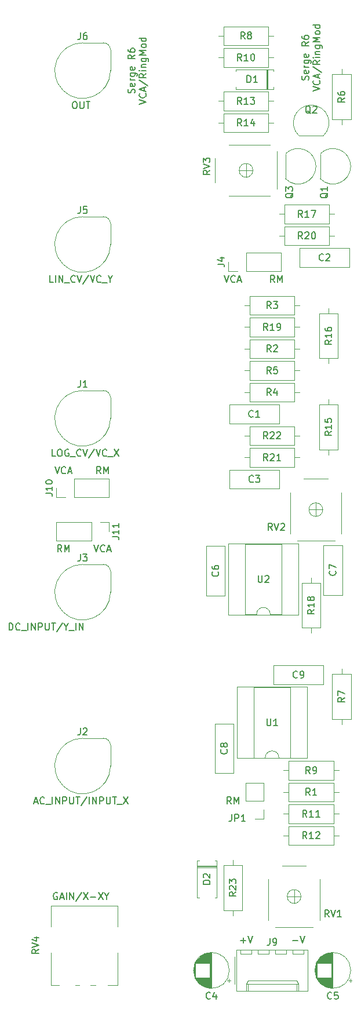
<source format=gto>
%TF.GenerationSoftware,KiCad,Pcbnew,(5.1.8-0-10_14)*%
%TF.CreationDate,2021-07-08T18:47:32+01:00*%
%TF.ProjectId,serge-r6-gate-ringmod,73657267-652d-4723-962d-676174652d72,rev?*%
%TF.SameCoordinates,Original*%
%TF.FileFunction,Legend,Top*%
%TF.FilePolarity,Positive*%
%FSLAX46Y46*%
G04 Gerber Fmt 4.6, Leading zero omitted, Abs format (unit mm)*
G04 Created by KiCad (PCBNEW (5.1.8-0-10_14)) date 2021-07-08 18:47:32*
%MOMM*%
%LPD*%
G01*
G04 APERTURE LIST*
%ADD10C,0.150000*%
%ADD11C,0.120000*%
G04 APERTURE END LIST*
D10*
X95361666Y-96972380D02*
X94885476Y-96972380D01*
X94885476Y-95972380D01*
X95885476Y-95972380D02*
X96075952Y-95972380D01*
X96171190Y-96020000D01*
X96266428Y-96115238D01*
X96314047Y-96305714D01*
X96314047Y-96639047D01*
X96266428Y-96829523D01*
X96171190Y-96924761D01*
X96075952Y-96972380D01*
X95885476Y-96972380D01*
X95790238Y-96924761D01*
X95695000Y-96829523D01*
X95647380Y-96639047D01*
X95647380Y-96305714D01*
X95695000Y-96115238D01*
X95790238Y-96020000D01*
X95885476Y-95972380D01*
X97266428Y-96020000D02*
X97171190Y-95972380D01*
X97028333Y-95972380D01*
X96885476Y-96020000D01*
X96790238Y-96115238D01*
X96742619Y-96210476D01*
X96695000Y-96400952D01*
X96695000Y-96543809D01*
X96742619Y-96734285D01*
X96790238Y-96829523D01*
X96885476Y-96924761D01*
X97028333Y-96972380D01*
X97123571Y-96972380D01*
X97266428Y-96924761D01*
X97314047Y-96877142D01*
X97314047Y-96543809D01*
X97123571Y-96543809D01*
X97504523Y-97067619D02*
X98266428Y-97067619D01*
X99075952Y-96877142D02*
X99028333Y-96924761D01*
X98885476Y-96972380D01*
X98790238Y-96972380D01*
X98647380Y-96924761D01*
X98552142Y-96829523D01*
X98504523Y-96734285D01*
X98456904Y-96543809D01*
X98456904Y-96400952D01*
X98504523Y-96210476D01*
X98552142Y-96115238D01*
X98647380Y-96020000D01*
X98790238Y-95972380D01*
X98885476Y-95972380D01*
X99028333Y-96020000D01*
X99075952Y-96067619D01*
X99361666Y-95972380D02*
X99695000Y-96972380D01*
X100028333Y-95972380D01*
X101075952Y-95924761D02*
X100218809Y-97210476D01*
X101266428Y-95972380D02*
X101599761Y-96972380D01*
X101933095Y-95972380D01*
X102837857Y-96877142D02*
X102790238Y-96924761D01*
X102647380Y-96972380D01*
X102552142Y-96972380D01*
X102409285Y-96924761D01*
X102314047Y-96829523D01*
X102266428Y-96734285D01*
X102218809Y-96543809D01*
X102218809Y-96400952D01*
X102266428Y-96210476D01*
X102314047Y-96115238D01*
X102409285Y-96020000D01*
X102552142Y-95972380D01*
X102647380Y-95972380D01*
X102790238Y-96020000D01*
X102837857Y-96067619D01*
X103028333Y-97067619D02*
X103790238Y-97067619D01*
X103933095Y-95972380D02*
X104599761Y-96972380D01*
X104599761Y-95972380D02*
X103933095Y-96972380D01*
X106894761Y-43901904D02*
X106942380Y-43759047D01*
X106942380Y-43520952D01*
X106894761Y-43425714D01*
X106847142Y-43378095D01*
X106751904Y-43330476D01*
X106656666Y-43330476D01*
X106561428Y-43378095D01*
X106513809Y-43425714D01*
X106466190Y-43520952D01*
X106418571Y-43711428D01*
X106370952Y-43806666D01*
X106323333Y-43854285D01*
X106228095Y-43901904D01*
X106132857Y-43901904D01*
X106037619Y-43854285D01*
X105990000Y-43806666D01*
X105942380Y-43711428D01*
X105942380Y-43473333D01*
X105990000Y-43330476D01*
X106894761Y-42520952D02*
X106942380Y-42616190D01*
X106942380Y-42806666D01*
X106894761Y-42901904D01*
X106799523Y-42949523D01*
X106418571Y-42949523D01*
X106323333Y-42901904D01*
X106275714Y-42806666D01*
X106275714Y-42616190D01*
X106323333Y-42520952D01*
X106418571Y-42473333D01*
X106513809Y-42473333D01*
X106609047Y-42949523D01*
X106942380Y-42044761D02*
X106275714Y-42044761D01*
X106466190Y-42044761D02*
X106370952Y-41997142D01*
X106323333Y-41949523D01*
X106275714Y-41854285D01*
X106275714Y-41759047D01*
X106275714Y-40997142D02*
X107085238Y-40997142D01*
X107180476Y-41044761D01*
X107228095Y-41092380D01*
X107275714Y-41187619D01*
X107275714Y-41330476D01*
X107228095Y-41425714D01*
X106894761Y-40997142D02*
X106942380Y-41092380D01*
X106942380Y-41282857D01*
X106894761Y-41378095D01*
X106847142Y-41425714D01*
X106751904Y-41473333D01*
X106466190Y-41473333D01*
X106370952Y-41425714D01*
X106323333Y-41378095D01*
X106275714Y-41282857D01*
X106275714Y-41092380D01*
X106323333Y-40997142D01*
X106894761Y-40140000D02*
X106942380Y-40235238D01*
X106942380Y-40425714D01*
X106894761Y-40520952D01*
X106799523Y-40568571D01*
X106418571Y-40568571D01*
X106323333Y-40520952D01*
X106275714Y-40425714D01*
X106275714Y-40235238D01*
X106323333Y-40140000D01*
X106418571Y-40092380D01*
X106513809Y-40092380D01*
X106609047Y-40568571D01*
X106942380Y-38330476D02*
X106466190Y-38663809D01*
X106942380Y-38901904D02*
X105942380Y-38901904D01*
X105942380Y-38520952D01*
X105990000Y-38425714D01*
X106037619Y-38378095D01*
X106132857Y-38330476D01*
X106275714Y-38330476D01*
X106370952Y-38378095D01*
X106418571Y-38425714D01*
X106466190Y-38520952D01*
X106466190Y-38901904D01*
X105942380Y-37473333D02*
X105942380Y-37663809D01*
X105990000Y-37759047D01*
X106037619Y-37806666D01*
X106180476Y-37901904D01*
X106370952Y-37949523D01*
X106751904Y-37949523D01*
X106847142Y-37901904D01*
X106894761Y-37854285D01*
X106942380Y-37759047D01*
X106942380Y-37568571D01*
X106894761Y-37473333D01*
X106847142Y-37425714D01*
X106751904Y-37378095D01*
X106513809Y-37378095D01*
X106418571Y-37425714D01*
X106370952Y-37473333D01*
X106323333Y-37568571D01*
X106323333Y-37759047D01*
X106370952Y-37854285D01*
X106418571Y-37901904D01*
X106513809Y-37949523D01*
X107592380Y-45544761D02*
X108592380Y-45211428D01*
X107592380Y-44878095D01*
X108497142Y-43973333D02*
X108544761Y-44020952D01*
X108592380Y-44163809D01*
X108592380Y-44259047D01*
X108544761Y-44401904D01*
X108449523Y-44497142D01*
X108354285Y-44544761D01*
X108163809Y-44592380D01*
X108020952Y-44592380D01*
X107830476Y-44544761D01*
X107735238Y-44497142D01*
X107640000Y-44401904D01*
X107592380Y-44259047D01*
X107592380Y-44163809D01*
X107640000Y-44020952D01*
X107687619Y-43973333D01*
X108306666Y-43592380D02*
X108306666Y-43116190D01*
X108592380Y-43687619D02*
X107592380Y-43354285D01*
X108592380Y-43020952D01*
X107544761Y-41973333D02*
X108830476Y-42830476D01*
X108592380Y-41068571D02*
X108116190Y-41401904D01*
X108592380Y-41640000D02*
X107592380Y-41640000D01*
X107592380Y-41259047D01*
X107640000Y-41163809D01*
X107687619Y-41116190D01*
X107782857Y-41068571D01*
X107925714Y-41068571D01*
X108020952Y-41116190D01*
X108068571Y-41163809D01*
X108116190Y-41259047D01*
X108116190Y-41640000D01*
X108592380Y-40640000D02*
X107925714Y-40640000D01*
X107592380Y-40640000D02*
X107640000Y-40687619D01*
X107687619Y-40640000D01*
X107640000Y-40592380D01*
X107592380Y-40640000D01*
X107687619Y-40640000D01*
X107925714Y-40163809D02*
X108592380Y-40163809D01*
X108020952Y-40163809D02*
X107973333Y-40116190D01*
X107925714Y-40020952D01*
X107925714Y-39878095D01*
X107973333Y-39782857D01*
X108068571Y-39735238D01*
X108592380Y-39735238D01*
X107925714Y-38830476D02*
X108735238Y-38830476D01*
X108830476Y-38878095D01*
X108878095Y-38925714D01*
X108925714Y-39020952D01*
X108925714Y-39163809D01*
X108878095Y-39259047D01*
X108544761Y-38830476D02*
X108592380Y-38925714D01*
X108592380Y-39116190D01*
X108544761Y-39211428D01*
X108497142Y-39259047D01*
X108401904Y-39306666D01*
X108116190Y-39306666D01*
X108020952Y-39259047D01*
X107973333Y-39211428D01*
X107925714Y-39116190D01*
X107925714Y-38925714D01*
X107973333Y-38830476D01*
X108592380Y-38354285D02*
X107592380Y-38354285D01*
X108306666Y-38020952D01*
X107592380Y-37687619D01*
X108592380Y-37687619D01*
X108592380Y-37068571D02*
X108544761Y-37163809D01*
X108497142Y-37211428D01*
X108401904Y-37259047D01*
X108116190Y-37259047D01*
X108020952Y-37211428D01*
X107973333Y-37163809D01*
X107925714Y-37068571D01*
X107925714Y-36925714D01*
X107973333Y-36830476D01*
X108020952Y-36782857D01*
X108116190Y-36735238D01*
X108401904Y-36735238D01*
X108497142Y-36782857D01*
X108544761Y-36830476D01*
X108592380Y-36925714D01*
X108592380Y-37068571D01*
X108592380Y-35878095D02*
X107592380Y-35878095D01*
X108544761Y-35878095D02*
X108592380Y-35973333D01*
X108592380Y-36163809D01*
X108544761Y-36259047D01*
X108497142Y-36306666D01*
X108401904Y-36354285D01*
X108116190Y-36354285D01*
X108020952Y-36306666D01*
X107973333Y-36259047D01*
X107925714Y-36163809D01*
X107925714Y-35973333D01*
X107973333Y-35878095D01*
X132294761Y-41996904D02*
X132342380Y-41854047D01*
X132342380Y-41615952D01*
X132294761Y-41520714D01*
X132247142Y-41473095D01*
X132151904Y-41425476D01*
X132056666Y-41425476D01*
X131961428Y-41473095D01*
X131913809Y-41520714D01*
X131866190Y-41615952D01*
X131818571Y-41806428D01*
X131770952Y-41901666D01*
X131723333Y-41949285D01*
X131628095Y-41996904D01*
X131532857Y-41996904D01*
X131437619Y-41949285D01*
X131390000Y-41901666D01*
X131342380Y-41806428D01*
X131342380Y-41568333D01*
X131390000Y-41425476D01*
X132294761Y-40615952D02*
X132342380Y-40711190D01*
X132342380Y-40901666D01*
X132294761Y-40996904D01*
X132199523Y-41044523D01*
X131818571Y-41044523D01*
X131723333Y-40996904D01*
X131675714Y-40901666D01*
X131675714Y-40711190D01*
X131723333Y-40615952D01*
X131818571Y-40568333D01*
X131913809Y-40568333D01*
X132009047Y-41044523D01*
X132342380Y-40139761D02*
X131675714Y-40139761D01*
X131866190Y-40139761D02*
X131770952Y-40092142D01*
X131723333Y-40044523D01*
X131675714Y-39949285D01*
X131675714Y-39854047D01*
X131675714Y-39092142D02*
X132485238Y-39092142D01*
X132580476Y-39139761D01*
X132628095Y-39187380D01*
X132675714Y-39282619D01*
X132675714Y-39425476D01*
X132628095Y-39520714D01*
X132294761Y-39092142D02*
X132342380Y-39187380D01*
X132342380Y-39377857D01*
X132294761Y-39473095D01*
X132247142Y-39520714D01*
X132151904Y-39568333D01*
X131866190Y-39568333D01*
X131770952Y-39520714D01*
X131723333Y-39473095D01*
X131675714Y-39377857D01*
X131675714Y-39187380D01*
X131723333Y-39092142D01*
X132294761Y-38235000D02*
X132342380Y-38330238D01*
X132342380Y-38520714D01*
X132294761Y-38615952D01*
X132199523Y-38663571D01*
X131818571Y-38663571D01*
X131723333Y-38615952D01*
X131675714Y-38520714D01*
X131675714Y-38330238D01*
X131723333Y-38235000D01*
X131818571Y-38187380D01*
X131913809Y-38187380D01*
X132009047Y-38663571D01*
X132342380Y-36425476D02*
X131866190Y-36758809D01*
X132342380Y-36996904D02*
X131342380Y-36996904D01*
X131342380Y-36615952D01*
X131390000Y-36520714D01*
X131437619Y-36473095D01*
X131532857Y-36425476D01*
X131675714Y-36425476D01*
X131770952Y-36473095D01*
X131818571Y-36520714D01*
X131866190Y-36615952D01*
X131866190Y-36996904D01*
X131342380Y-35568333D02*
X131342380Y-35758809D01*
X131390000Y-35854047D01*
X131437619Y-35901666D01*
X131580476Y-35996904D01*
X131770952Y-36044523D01*
X132151904Y-36044523D01*
X132247142Y-35996904D01*
X132294761Y-35949285D01*
X132342380Y-35854047D01*
X132342380Y-35663571D01*
X132294761Y-35568333D01*
X132247142Y-35520714D01*
X132151904Y-35473095D01*
X131913809Y-35473095D01*
X131818571Y-35520714D01*
X131770952Y-35568333D01*
X131723333Y-35663571D01*
X131723333Y-35854047D01*
X131770952Y-35949285D01*
X131818571Y-35996904D01*
X131913809Y-36044523D01*
X132992380Y-43639761D02*
X133992380Y-43306428D01*
X132992380Y-42973095D01*
X133897142Y-42068333D02*
X133944761Y-42115952D01*
X133992380Y-42258809D01*
X133992380Y-42354047D01*
X133944761Y-42496904D01*
X133849523Y-42592142D01*
X133754285Y-42639761D01*
X133563809Y-42687380D01*
X133420952Y-42687380D01*
X133230476Y-42639761D01*
X133135238Y-42592142D01*
X133040000Y-42496904D01*
X132992380Y-42354047D01*
X132992380Y-42258809D01*
X133040000Y-42115952D01*
X133087619Y-42068333D01*
X133706666Y-41687380D02*
X133706666Y-41211190D01*
X133992380Y-41782619D02*
X132992380Y-41449285D01*
X133992380Y-41115952D01*
X132944761Y-40068333D02*
X134230476Y-40925476D01*
X133992380Y-39163571D02*
X133516190Y-39496904D01*
X133992380Y-39735000D02*
X132992380Y-39735000D01*
X132992380Y-39354047D01*
X133040000Y-39258809D01*
X133087619Y-39211190D01*
X133182857Y-39163571D01*
X133325714Y-39163571D01*
X133420952Y-39211190D01*
X133468571Y-39258809D01*
X133516190Y-39354047D01*
X133516190Y-39735000D01*
X133992380Y-38735000D02*
X133325714Y-38735000D01*
X132992380Y-38735000D02*
X133040000Y-38782619D01*
X133087619Y-38735000D01*
X133040000Y-38687380D01*
X132992380Y-38735000D01*
X133087619Y-38735000D01*
X133325714Y-38258809D02*
X133992380Y-38258809D01*
X133420952Y-38258809D02*
X133373333Y-38211190D01*
X133325714Y-38115952D01*
X133325714Y-37973095D01*
X133373333Y-37877857D01*
X133468571Y-37830238D01*
X133992380Y-37830238D01*
X133325714Y-36925476D02*
X134135238Y-36925476D01*
X134230476Y-36973095D01*
X134278095Y-37020714D01*
X134325714Y-37115952D01*
X134325714Y-37258809D01*
X134278095Y-37354047D01*
X133944761Y-36925476D02*
X133992380Y-37020714D01*
X133992380Y-37211190D01*
X133944761Y-37306428D01*
X133897142Y-37354047D01*
X133801904Y-37401666D01*
X133516190Y-37401666D01*
X133420952Y-37354047D01*
X133373333Y-37306428D01*
X133325714Y-37211190D01*
X133325714Y-37020714D01*
X133373333Y-36925476D01*
X133992380Y-36449285D02*
X132992380Y-36449285D01*
X133706666Y-36115952D01*
X132992380Y-35782619D01*
X133992380Y-35782619D01*
X133992380Y-35163571D02*
X133944761Y-35258809D01*
X133897142Y-35306428D01*
X133801904Y-35354047D01*
X133516190Y-35354047D01*
X133420952Y-35306428D01*
X133373333Y-35258809D01*
X133325714Y-35163571D01*
X133325714Y-35020714D01*
X133373333Y-34925476D01*
X133420952Y-34877857D01*
X133516190Y-34830238D01*
X133801904Y-34830238D01*
X133897142Y-34877857D01*
X133944761Y-34925476D01*
X133992380Y-35020714D01*
X133992380Y-35163571D01*
X133992380Y-33973095D02*
X132992380Y-33973095D01*
X133944761Y-33973095D02*
X133992380Y-34068333D01*
X133992380Y-34258809D01*
X133944761Y-34354047D01*
X133897142Y-34401666D01*
X133801904Y-34449285D01*
X133516190Y-34449285D01*
X133420952Y-34401666D01*
X133373333Y-34354047D01*
X133325714Y-34258809D01*
X133325714Y-34068333D01*
X133373333Y-33973095D01*
X121023095Y-147772380D02*
X120689761Y-147296190D01*
X120451666Y-147772380D02*
X120451666Y-146772380D01*
X120832619Y-146772380D01*
X120927857Y-146820000D01*
X120975476Y-146867619D01*
X121023095Y-146962857D01*
X121023095Y-147105714D01*
X120975476Y-147200952D01*
X120927857Y-147248571D01*
X120832619Y-147296190D01*
X120451666Y-147296190D01*
X121451666Y-147772380D02*
X121451666Y-146772380D01*
X121785000Y-147486666D01*
X122118333Y-146772380D01*
X122118333Y-147772380D01*
X98060000Y-45172380D02*
X98250476Y-45172380D01*
X98345714Y-45220000D01*
X98440952Y-45315238D01*
X98488571Y-45505714D01*
X98488571Y-45839047D01*
X98440952Y-46029523D01*
X98345714Y-46124761D01*
X98250476Y-46172380D01*
X98060000Y-46172380D01*
X97964761Y-46124761D01*
X97869523Y-46029523D01*
X97821904Y-45839047D01*
X97821904Y-45505714D01*
X97869523Y-45315238D01*
X97964761Y-45220000D01*
X98060000Y-45172380D01*
X98917142Y-45172380D02*
X98917142Y-45981904D01*
X98964761Y-46077142D01*
X99012380Y-46124761D01*
X99107619Y-46172380D01*
X99298095Y-46172380D01*
X99393333Y-46124761D01*
X99440952Y-46077142D01*
X99488571Y-45981904D01*
X99488571Y-45172380D01*
X99821904Y-45172380D02*
X100393333Y-45172380D01*
X100107619Y-46172380D02*
X100107619Y-45172380D01*
X95036190Y-71572380D02*
X94560000Y-71572380D01*
X94560000Y-70572380D01*
X95369523Y-71572380D02*
X95369523Y-70572380D01*
X95845714Y-71572380D02*
X95845714Y-70572380D01*
X96417142Y-71572380D01*
X96417142Y-70572380D01*
X96655238Y-71667619D02*
X97417142Y-71667619D01*
X98226666Y-71477142D02*
X98179047Y-71524761D01*
X98036190Y-71572380D01*
X97940952Y-71572380D01*
X97798095Y-71524761D01*
X97702857Y-71429523D01*
X97655238Y-71334285D01*
X97607619Y-71143809D01*
X97607619Y-71000952D01*
X97655238Y-70810476D01*
X97702857Y-70715238D01*
X97798095Y-70620000D01*
X97940952Y-70572380D01*
X98036190Y-70572380D01*
X98179047Y-70620000D01*
X98226666Y-70667619D01*
X98512380Y-70572380D02*
X98845714Y-71572380D01*
X99179047Y-70572380D01*
X100226666Y-70524761D02*
X99369523Y-71810476D01*
X100417142Y-70572380D02*
X100750476Y-71572380D01*
X101083809Y-70572380D01*
X101988571Y-71477142D02*
X101940952Y-71524761D01*
X101798095Y-71572380D01*
X101702857Y-71572380D01*
X101560000Y-71524761D01*
X101464761Y-71429523D01*
X101417142Y-71334285D01*
X101369523Y-71143809D01*
X101369523Y-71000952D01*
X101417142Y-70810476D01*
X101464761Y-70715238D01*
X101560000Y-70620000D01*
X101702857Y-70572380D01*
X101798095Y-70572380D01*
X101940952Y-70620000D01*
X101988571Y-70667619D01*
X102179047Y-71667619D02*
X102940952Y-71667619D01*
X103369523Y-71096190D02*
X103369523Y-71572380D01*
X103036190Y-70572380D02*
X103369523Y-71096190D01*
X103702857Y-70572380D01*
X127373095Y-71572380D02*
X127039761Y-71096190D01*
X126801666Y-71572380D02*
X126801666Y-70572380D01*
X127182619Y-70572380D01*
X127277857Y-70620000D01*
X127325476Y-70667619D01*
X127373095Y-70762857D01*
X127373095Y-70905714D01*
X127325476Y-71000952D01*
X127277857Y-71048571D01*
X127182619Y-71096190D01*
X126801666Y-71096190D01*
X127801666Y-71572380D02*
X127801666Y-70572380D01*
X128135000Y-71286666D01*
X128468333Y-70572380D01*
X128468333Y-71572380D01*
X120023095Y-70572380D02*
X120356428Y-71572380D01*
X120689761Y-70572380D01*
X121594523Y-71477142D02*
X121546904Y-71524761D01*
X121404047Y-71572380D01*
X121308809Y-71572380D01*
X121165952Y-71524761D01*
X121070714Y-71429523D01*
X121023095Y-71334285D01*
X120975476Y-71143809D01*
X120975476Y-71000952D01*
X121023095Y-70810476D01*
X121070714Y-70715238D01*
X121165952Y-70620000D01*
X121308809Y-70572380D01*
X121404047Y-70572380D01*
X121546904Y-70620000D01*
X121594523Y-70667619D01*
X121975476Y-71286666D02*
X122451666Y-71286666D01*
X121880238Y-71572380D02*
X122213571Y-70572380D01*
X122546904Y-71572380D01*
X101973095Y-99512380D02*
X101639761Y-99036190D01*
X101401666Y-99512380D02*
X101401666Y-98512380D01*
X101782619Y-98512380D01*
X101877857Y-98560000D01*
X101925476Y-98607619D01*
X101973095Y-98702857D01*
X101973095Y-98845714D01*
X101925476Y-98940952D01*
X101877857Y-98988571D01*
X101782619Y-99036190D01*
X101401666Y-99036190D01*
X102401666Y-99512380D02*
X102401666Y-98512380D01*
X102735000Y-99226666D01*
X103068333Y-98512380D01*
X103068333Y-99512380D01*
X95258095Y-98512380D02*
X95591428Y-99512380D01*
X95924761Y-98512380D01*
X96829523Y-99417142D02*
X96781904Y-99464761D01*
X96639047Y-99512380D01*
X96543809Y-99512380D01*
X96400952Y-99464761D01*
X96305714Y-99369523D01*
X96258095Y-99274285D01*
X96210476Y-99083809D01*
X96210476Y-98940952D01*
X96258095Y-98750476D01*
X96305714Y-98655238D01*
X96400952Y-98560000D01*
X96543809Y-98512380D01*
X96639047Y-98512380D01*
X96781904Y-98560000D01*
X96829523Y-98607619D01*
X97210476Y-99226666D02*
X97686666Y-99226666D01*
X97115238Y-99512380D02*
X97448571Y-98512380D01*
X97781904Y-99512380D01*
X96258095Y-110942380D02*
X95924761Y-110466190D01*
X95686666Y-110942380D02*
X95686666Y-109942380D01*
X96067619Y-109942380D01*
X96162857Y-109990000D01*
X96210476Y-110037619D01*
X96258095Y-110132857D01*
X96258095Y-110275714D01*
X96210476Y-110370952D01*
X96162857Y-110418571D01*
X96067619Y-110466190D01*
X95686666Y-110466190D01*
X96686666Y-110942380D02*
X96686666Y-109942380D01*
X97020000Y-110656666D01*
X97353333Y-109942380D01*
X97353333Y-110942380D01*
X100973095Y-109942380D02*
X101306428Y-110942380D01*
X101639761Y-109942380D01*
X102544523Y-110847142D02*
X102496904Y-110894761D01*
X102354047Y-110942380D01*
X102258809Y-110942380D01*
X102115952Y-110894761D01*
X102020714Y-110799523D01*
X101973095Y-110704285D01*
X101925476Y-110513809D01*
X101925476Y-110370952D01*
X101973095Y-110180476D01*
X102020714Y-110085238D01*
X102115952Y-109990000D01*
X102258809Y-109942380D01*
X102354047Y-109942380D01*
X102496904Y-109990000D01*
X102544523Y-110037619D01*
X102925476Y-110656666D02*
X103401666Y-110656666D01*
X102830238Y-110942380D02*
X103163571Y-109942380D01*
X103496904Y-110942380D01*
X88575238Y-122372380D02*
X88575238Y-121372380D01*
X88813333Y-121372380D01*
X88956190Y-121420000D01*
X89051428Y-121515238D01*
X89099047Y-121610476D01*
X89146666Y-121800952D01*
X89146666Y-121943809D01*
X89099047Y-122134285D01*
X89051428Y-122229523D01*
X88956190Y-122324761D01*
X88813333Y-122372380D01*
X88575238Y-122372380D01*
X90146666Y-122277142D02*
X90099047Y-122324761D01*
X89956190Y-122372380D01*
X89860952Y-122372380D01*
X89718095Y-122324761D01*
X89622857Y-122229523D01*
X89575238Y-122134285D01*
X89527619Y-121943809D01*
X89527619Y-121800952D01*
X89575238Y-121610476D01*
X89622857Y-121515238D01*
X89718095Y-121420000D01*
X89860952Y-121372380D01*
X89956190Y-121372380D01*
X90099047Y-121420000D01*
X90146666Y-121467619D01*
X90337142Y-122467619D02*
X91099047Y-122467619D01*
X91337142Y-122372380D02*
X91337142Y-121372380D01*
X91813333Y-122372380D02*
X91813333Y-121372380D01*
X92384761Y-122372380D01*
X92384761Y-121372380D01*
X92860952Y-122372380D02*
X92860952Y-121372380D01*
X93241904Y-121372380D01*
X93337142Y-121420000D01*
X93384761Y-121467619D01*
X93432380Y-121562857D01*
X93432380Y-121705714D01*
X93384761Y-121800952D01*
X93337142Y-121848571D01*
X93241904Y-121896190D01*
X92860952Y-121896190D01*
X93860952Y-121372380D02*
X93860952Y-122181904D01*
X93908571Y-122277142D01*
X93956190Y-122324761D01*
X94051428Y-122372380D01*
X94241904Y-122372380D01*
X94337142Y-122324761D01*
X94384761Y-122277142D01*
X94432380Y-122181904D01*
X94432380Y-121372380D01*
X94765714Y-121372380D02*
X95337142Y-121372380D01*
X95051428Y-122372380D02*
X95051428Y-121372380D01*
X96384761Y-121324761D02*
X95527619Y-122610476D01*
X96908571Y-121896190D02*
X96908571Y-122372380D01*
X96575238Y-121372380D02*
X96908571Y-121896190D01*
X97241904Y-121372380D01*
X97337142Y-122467619D02*
X98099047Y-122467619D01*
X98337142Y-122372380D02*
X98337142Y-121372380D01*
X98813333Y-122372380D02*
X98813333Y-121372380D01*
X99384761Y-122372380D01*
X99384761Y-121372380D01*
X92226666Y-147486666D02*
X92702857Y-147486666D01*
X92131428Y-147772380D02*
X92464761Y-146772380D01*
X92798095Y-147772380D01*
X93702857Y-147677142D02*
X93655238Y-147724761D01*
X93512380Y-147772380D01*
X93417142Y-147772380D01*
X93274285Y-147724761D01*
X93179047Y-147629523D01*
X93131428Y-147534285D01*
X93083809Y-147343809D01*
X93083809Y-147200952D01*
X93131428Y-147010476D01*
X93179047Y-146915238D01*
X93274285Y-146820000D01*
X93417142Y-146772380D01*
X93512380Y-146772380D01*
X93655238Y-146820000D01*
X93702857Y-146867619D01*
X93893333Y-147867619D02*
X94655238Y-147867619D01*
X94893333Y-147772380D02*
X94893333Y-146772380D01*
X95369523Y-147772380D02*
X95369523Y-146772380D01*
X95940952Y-147772380D01*
X95940952Y-146772380D01*
X96417142Y-147772380D02*
X96417142Y-146772380D01*
X96798095Y-146772380D01*
X96893333Y-146820000D01*
X96940952Y-146867619D01*
X96988571Y-146962857D01*
X96988571Y-147105714D01*
X96940952Y-147200952D01*
X96893333Y-147248571D01*
X96798095Y-147296190D01*
X96417142Y-147296190D01*
X97417142Y-146772380D02*
X97417142Y-147581904D01*
X97464761Y-147677142D01*
X97512380Y-147724761D01*
X97607619Y-147772380D01*
X97798095Y-147772380D01*
X97893333Y-147724761D01*
X97940952Y-147677142D01*
X97988571Y-147581904D01*
X97988571Y-146772380D01*
X98321904Y-146772380D02*
X98893333Y-146772380D01*
X98607619Y-147772380D02*
X98607619Y-146772380D01*
X99940952Y-146724761D02*
X99083809Y-148010476D01*
X100274285Y-147772380D02*
X100274285Y-146772380D01*
X100750476Y-147772380D02*
X100750476Y-146772380D01*
X101321904Y-147772380D01*
X101321904Y-146772380D01*
X101798095Y-147772380D02*
X101798095Y-146772380D01*
X102179047Y-146772380D01*
X102274285Y-146820000D01*
X102321904Y-146867619D01*
X102369523Y-146962857D01*
X102369523Y-147105714D01*
X102321904Y-147200952D01*
X102274285Y-147248571D01*
X102179047Y-147296190D01*
X101798095Y-147296190D01*
X102798095Y-146772380D02*
X102798095Y-147581904D01*
X102845714Y-147677142D01*
X102893333Y-147724761D01*
X102988571Y-147772380D01*
X103179047Y-147772380D01*
X103274285Y-147724761D01*
X103321904Y-147677142D01*
X103369523Y-147581904D01*
X103369523Y-146772380D01*
X103702857Y-146772380D02*
X104274285Y-146772380D01*
X103988571Y-147772380D02*
X103988571Y-146772380D01*
X104369523Y-147867619D02*
X105131428Y-147867619D01*
X105274285Y-146772380D02*
X105940952Y-147772380D01*
X105940952Y-146772380D02*
X105274285Y-147772380D01*
X95607619Y-160790000D02*
X95512380Y-160742380D01*
X95369523Y-160742380D01*
X95226666Y-160790000D01*
X95131428Y-160885238D01*
X95083809Y-160980476D01*
X95036190Y-161170952D01*
X95036190Y-161313809D01*
X95083809Y-161504285D01*
X95131428Y-161599523D01*
X95226666Y-161694761D01*
X95369523Y-161742380D01*
X95464761Y-161742380D01*
X95607619Y-161694761D01*
X95655238Y-161647142D01*
X95655238Y-161313809D01*
X95464761Y-161313809D01*
X96036190Y-161456666D02*
X96512380Y-161456666D01*
X95940952Y-161742380D02*
X96274285Y-160742380D01*
X96607619Y-161742380D01*
X96940952Y-161742380D02*
X96940952Y-160742380D01*
X97417142Y-161742380D02*
X97417142Y-160742380D01*
X97988571Y-161742380D01*
X97988571Y-160742380D01*
X99179047Y-160694761D02*
X98321904Y-161980476D01*
X99417142Y-160742380D02*
X100083809Y-161742380D01*
X100083809Y-160742380D02*
X99417142Y-161742380D01*
X100464761Y-161361428D02*
X101226666Y-161361428D01*
X101607619Y-160742380D02*
X102274285Y-161742380D01*
X102274285Y-160742380D02*
X101607619Y-161742380D01*
X102845714Y-161266190D02*
X102845714Y-161742380D01*
X102512380Y-160742380D02*
X102845714Y-161266190D01*
X103179047Y-160742380D01*
X130000476Y-167711428D02*
X130762380Y-167711428D01*
X131095714Y-167092380D02*
X131429047Y-168092380D01*
X131762380Y-167092380D01*
X122380476Y-167711428D02*
X123142380Y-167711428D01*
X122761428Y-168092380D02*
X122761428Y-167330476D01*
X123475714Y-167092380D02*
X123809047Y-168092380D01*
X124142380Y-167092380D01*
D11*
%TO.C,J11*%
X103184000Y-106620000D02*
X103184000Y-107950000D01*
X101854000Y-106620000D02*
X103184000Y-106620000D01*
X100584000Y-106620000D02*
X100584000Y-109280000D01*
X100584000Y-109280000D02*
X95444000Y-109280000D01*
X100584000Y-106620000D02*
X95444000Y-106620000D01*
X95444000Y-106620000D02*
X95444000Y-109280000D01*
%TO.C,J10*%
X95444000Y-102930000D02*
X95444000Y-101600000D01*
X96774000Y-102930000D02*
X95444000Y-102930000D01*
X98044000Y-102930000D02*
X98044000Y-100270000D01*
X98044000Y-100270000D02*
X103184000Y-100270000D01*
X98044000Y-102930000D02*
X103184000Y-102930000D01*
X103184000Y-102930000D02*
X103184000Y-100270000D01*
%TO.C,J9*%
X131610000Y-169655000D02*
X131610000Y-169055000D01*
X130010000Y-169655000D02*
X131610000Y-169655000D01*
X130010000Y-169055000D02*
X130010000Y-169655000D01*
X129070000Y-169655000D02*
X129070000Y-169055000D01*
X127470000Y-169655000D02*
X129070000Y-169655000D01*
X127470000Y-169055000D02*
X127470000Y-169655000D01*
X126530000Y-169655000D02*
X126530000Y-169055000D01*
X124930000Y-169655000D02*
X126530000Y-169655000D01*
X124930000Y-169055000D02*
X124930000Y-169655000D01*
X123990000Y-169655000D02*
X123990000Y-169055000D01*
X122390000Y-169655000D02*
X123990000Y-169655000D01*
X122390000Y-169055000D02*
X122390000Y-169655000D01*
X130560000Y-175075000D02*
X130560000Y-174075000D01*
X123440000Y-175075000D02*
X123440000Y-174075000D01*
X130560000Y-173545000D02*
X130810000Y-174075000D01*
X123440000Y-173545000D02*
X130560000Y-173545000D01*
X123190000Y-174075000D02*
X123440000Y-173545000D01*
X130810000Y-174075000D02*
X130810000Y-175075000D01*
X123190000Y-174075000D02*
X130810000Y-174075000D01*
X123190000Y-175075000D02*
X123190000Y-174075000D01*
X121520000Y-170085000D02*
X121520000Y-174085000D01*
X132190000Y-169055000D02*
X121810000Y-169055000D01*
X132190000Y-175075000D02*
X132190000Y-169055000D01*
X121810000Y-175075000D02*
X132190000Y-175075000D01*
X121810000Y-169055000D02*
X121810000Y-175075000D01*
%TO.C,C9*%
X134470000Y-127535000D02*
X134470000Y-130275000D01*
X127230000Y-127535000D02*
X127230000Y-130275000D01*
X127230000Y-130275000D02*
X134470000Y-130275000D01*
X127230000Y-127535000D02*
X134470000Y-127535000D01*
%TO.C,C8*%
X121385000Y-143280000D02*
X118645000Y-143280000D01*
X121385000Y-136040000D02*
X118645000Y-136040000D01*
X118645000Y-136040000D02*
X118645000Y-143280000D01*
X121385000Y-136040000D02*
X121385000Y-143280000D01*
%TO.C,C7*%
X134520000Y-110005000D02*
X137260000Y-110005000D01*
X134520000Y-117245000D02*
X137260000Y-117245000D01*
X137260000Y-117245000D02*
X137260000Y-110005000D01*
X134520000Y-117245000D02*
X134520000Y-110005000D01*
%TO.C,C6*%
X117375000Y-110085000D02*
X120115000Y-110085000D01*
X117375000Y-117325000D02*
X120115000Y-117325000D01*
X120115000Y-117325000D02*
X120115000Y-110085000D01*
X117375000Y-117325000D02*
X117375000Y-110085000D01*
%TO.C,C3*%
X128040000Y-98960000D02*
X128040000Y-101700000D01*
X120800000Y-98960000D02*
X120800000Y-101700000D01*
X120800000Y-101700000D02*
X128040000Y-101700000D01*
X120800000Y-98960000D02*
X128040000Y-98960000D01*
%TO.C,C2*%
X138280000Y-66575000D02*
X138280000Y-69315000D01*
X131040000Y-66575000D02*
X131040000Y-69315000D01*
X131040000Y-69315000D02*
X138280000Y-69315000D01*
X131040000Y-66575000D02*
X138280000Y-66575000D01*
%TO.C,C1*%
X120800000Y-92175000D02*
X120800000Y-89435000D01*
X128040000Y-92175000D02*
X128040000Y-89435000D01*
X128040000Y-89435000D02*
X120800000Y-89435000D01*
X128040000Y-92175000D02*
X120800000Y-92175000D01*
%TO.C,U2*%
X120590000Y-120135000D02*
X130870000Y-120135000D01*
X120590000Y-109735000D02*
X120590000Y-120135000D01*
X130870000Y-109735000D02*
X120590000Y-109735000D01*
X130870000Y-120135000D02*
X130870000Y-109735000D01*
X123080000Y-120075000D02*
X124730000Y-120075000D01*
X123080000Y-109795000D02*
X123080000Y-120075000D01*
X128380000Y-109795000D02*
X123080000Y-109795000D01*
X128380000Y-120075000D02*
X128380000Y-109795000D01*
X126730000Y-120075000D02*
X128380000Y-120075000D01*
X124730000Y-120075000D02*
G75*
G02*
X126730000Y-120075000I1000000J0D01*
G01*
%TO.C,U1*%
X121860000Y-141090000D02*
X132140000Y-141090000D01*
X121860000Y-130690000D02*
X121860000Y-141090000D01*
X132140000Y-130690000D02*
X121860000Y-130690000D01*
X132140000Y-141090000D02*
X132140000Y-130690000D01*
X124350000Y-141030000D02*
X126000000Y-141030000D01*
X124350000Y-130750000D02*
X124350000Y-141030000D01*
X129650000Y-130750000D02*
X124350000Y-130750000D01*
X129650000Y-141030000D02*
X129650000Y-130750000D01*
X128000000Y-141030000D02*
X129650000Y-141030000D01*
X126000000Y-141030000D02*
G75*
G02*
X128000000Y-141030000I1000000J0D01*
G01*
%TO.C,RV4*%
X101254000Y-174260000D02*
X100424000Y-174260000D01*
X98804000Y-174260000D02*
X98274000Y-174260000D01*
X95904000Y-174260000D02*
X94724000Y-174260000D01*
X104464000Y-174260000D02*
X104464000Y-169540000D01*
X94724000Y-165730000D02*
X94724000Y-162670000D01*
X94714000Y-174260000D02*
X94714000Y-169540000D01*
X104464000Y-165730000D02*
X104464000Y-162670000D01*
X104464000Y-174260000D02*
X102974000Y-174260000D01*
X104464000Y-162670000D02*
X94724000Y-162670000D01*
%TO.C,RV3*%
X124190000Y-55205000D02*
G75*
G03*
X124190000Y-55205000I-1000000J0D01*
G01*
X123190000Y-54205000D02*
X123190000Y-56205000D01*
X122190000Y-55205000D02*
X124190000Y-55205000D01*
X118690000Y-56955000D02*
X118690000Y-53455000D01*
X126690000Y-51455000D02*
X120690000Y-51455000D01*
X127690000Y-57955000D02*
X127690000Y-52455000D01*
X120690000Y-58955000D02*
X126690000Y-58955000D01*
%TO.C,RV2*%
X129640000Y-102275000D02*
X129640000Y-108275000D01*
X130640000Y-109275000D02*
X136140000Y-109275000D01*
X137140000Y-108275000D02*
X137140000Y-102275000D01*
X131640000Y-100275000D02*
X135140000Y-100275000D01*
X133390000Y-103775000D02*
X133390000Y-105775000D01*
X134390000Y-104775000D02*
X132390000Y-104775000D01*
X134390000Y-104775000D02*
G75*
G03*
X134390000Y-104775000I-1000000J0D01*
G01*
%TO.C,RV1*%
X126465000Y-158790000D02*
X126465000Y-164790000D01*
X127465000Y-165790000D02*
X132965000Y-165790000D01*
X133965000Y-164790000D02*
X133965000Y-158790000D01*
X128465000Y-156790000D02*
X131965000Y-156790000D01*
X130215000Y-160290000D02*
X130215000Y-162290000D01*
X131215000Y-161290000D02*
X129215000Y-161290000D01*
X131215000Y-161290000D02*
G75*
G03*
X131215000Y-161290000I-1000000J0D01*
G01*
%TO.C,R23*%
X122655000Y-156750000D02*
X119915000Y-156750000D01*
X119915000Y-156750000D02*
X119915000Y-163290000D01*
X119915000Y-163290000D02*
X122655000Y-163290000D01*
X122655000Y-163290000D02*
X122655000Y-156750000D01*
X121285000Y-155980000D02*
X121285000Y-156750000D01*
X121285000Y-164060000D02*
X121285000Y-163290000D01*
%TO.C,R22*%
X123730000Y-92610000D02*
X123730000Y-95350000D01*
X123730000Y-95350000D02*
X130270000Y-95350000D01*
X130270000Y-95350000D02*
X130270000Y-92610000D01*
X130270000Y-92610000D02*
X123730000Y-92610000D01*
X122960000Y-93980000D02*
X123730000Y-93980000D01*
X131040000Y-93980000D02*
X130270000Y-93980000D01*
%TO.C,R21*%
X123730000Y-95785000D02*
X123730000Y-98525000D01*
X123730000Y-98525000D02*
X130270000Y-98525000D01*
X130270000Y-98525000D02*
X130270000Y-95785000D01*
X130270000Y-95785000D02*
X123730000Y-95785000D01*
X122960000Y-97155000D02*
X123730000Y-97155000D01*
X131040000Y-97155000D02*
X130270000Y-97155000D01*
%TO.C,R20*%
X128810000Y-63400000D02*
X128810000Y-66140000D01*
X128810000Y-66140000D02*
X135350000Y-66140000D01*
X135350000Y-66140000D02*
X135350000Y-63400000D01*
X135350000Y-63400000D02*
X128810000Y-63400000D01*
X128040000Y-64770000D02*
X128810000Y-64770000D01*
X136120000Y-64770000D02*
X135350000Y-64770000D01*
%TO.C,R19*%
X131040000Y-78105000D02*
X130270000Y-78105000D01*
X122960000Y-78105000D02*
X123730000Y-78105000D01*
X130270000Y-76735000D02*
X123730000Y-76735000D01*
X130270000Y-79475000D02*
X130270000Y-76735000D01*
X123730000Y-79475000D02*
X130270000Y-79475000D01*
X123730000Y-76735000D02*
X123730000Y-79475000D01*
%TO.C,R18*%
X134085000Y-115475000D02*
X131345000Y-115475000D01*
X131345000Y-115475000D02*
X131345000Y-122015000D01*
X131345000Y-122015000D02*
X134085000Y-122015000D01*
X134085000Y-122015000D02*
X134085000Y-115475000D01*
X132715000Y-114705000D02*
X132715000Y-115475000D01*
X132715000Y-122785000D02*
X132715000Y-122015000D01*
%TO.C,R17*%
X128810000Y-60225000D02*
X128810000Y-62965000D01*
X128810000Y-62965000D02*
X135350000Y-62965000D01*
X135350000Y-62965000D02*
X135350000Y-60225000D01*
X135350000Y-60225000D02*
X128810000Y-60225000D01*
X128040000Y-61595000D02*
X128810000Y-61595000D01*
X136120000Y-61595000D02*
X135350000Y-61595000D01*
%TO.C,R16*%
X136625000Y-76105000D02*
X133885000Y-76105000D01*
X133885000Y-76105000D02*
X133885000Y-82645000D01*
X133885000Y-82645000D02*
X136625000Y-82645000D01*
X136625000Y-82645000D02*
X136625000Y-76105000D01*
X135255000Y-75335000D02*
X135255000Y-76105000D01*
X135255000Y-83415000D02*
X135255000Y-82645000D01*
%TO.C,R15*%
X136625000Y-89440000D02*
X133885000Y-89440000D01*
X133885000Y-89440000D02*
X133885000Y-95980000D01*
X133885000Y-95980000D02*
X136625000Y-95980000D01*
X136625000Y-95980000D02*
X136625000Y-89440000D01*
X135255000Y-88670000D02*
X135255000Y-89440000D01*
X135255000Y-96750000D02*
X135255000Y-95980000D01*
%TO.C,R14*%
X119920000Y-46890000D02*
X119920000Y-49630000D01*
X119920000Y-49630000D02*
X126460000Y-49630000D01*
X126460000Y-49630000D02*
X126460000Y-46890000D01*
X126460000Y-46890000D02*
X119920000Y-46890000D01*
X119150000Y-48260000D02*
X119920000Y-48260000D01*
X127230000Y-48260000D02*
X126460000Y-48260000D01*
%TO.C,R13*%
X119920000Y-43715000D02*
X119920000Y-46455000D01*
X119920000Y-46455000D02*
X126460000Y-46455000D01*
X126460000Y-46455000D02*
X126460000Y-43715000D01*
X126460000Y-43715000D02*
X119920000Y-43715000D01*
X119150000Y-45085000D02*
X119920000Y-45085000D01*
X127230000Y-45085000D02*
X126460000Y-45085000D01*
%TO.C,R12*%
X135985000Y-153770000D02*
X135985000Y-151030000D01*
X135985000Y-151030000D02*
X129445000Y-151030000D01*
X129445000Y-151030000D02*
X129445000Y-153770000D01*
X129445000Y-153770000D02*
X135985000Y-153770000D01*
X136755000Y-152400000D02*
X135985000Y-152400000D01*
X128675000Y-152400000D02*
X129445000Y-152400000D01*
%TO.C,R11*%
X135985000Y-150595000D02*
X135985000Y-147855000D01*
X135985000Y-147855000D02*
X129445000Y-147855000D01*
X129445000Y-147855000D02*
X129445000Y-150595000D01*
X129445000Y-150595000D02*
X135985000Y-150595000D01*
X136755000Y-149225000D02*
X135985000Y-149225000D01*
X128675000Y-149225000D02*
X129445000Y-149225000D01*
%TO.C,R10*%
X119920000Y-37365000D02*
X119920000Y-40105000D01*
X119920000Y-40105000D02*
X126460000Y-40105000D01*
X126460000Y-40105000D02*
X126460000Y-37365000D01*
X126460000Y-37365000D02*
X119920000Y-37365000D01*
X119150000Y-38735000D02*
X119920000Y-38735000D01*
X127230000Y-38735000D02*
X126460000Y-38735000D01*
%TO.C,R9*%
X135985000Y-144245000D02*
X135985000Y-141505000D01*
X135985000Y-141505000D02*
X129445000Y-141505000D01*
X129445000Y-141505000D02*
X129445000Y-144245000D01*
X129445000Y-144245000D02*
X135985000Y-144245000D01*
X136755000Y-142875000D02*
X135985000Y-142875000D01*
X128675000Y-142875000D02*
X129445000Y-142875000D01*
%TO.C,R8*%
X119920000Y-34190000D02*
X119920000Y-36930000D01*
X119920000Y-36930000D02*
X126460000Y-36930000D01*
X126460000Y-36930000D02*
X126460000Y-34190000D01*
X126460000Y-34190000D02*
X119920000Y-34190000D01*
X119150000Y-35560000D02*
X119920000Y-35560000D01*
X127230000Y-35560000D02*
X126460000Y-35560000D01*
%TO.C,R7*%
X135790000Y-135350000D02*
X138530000Y-135350000D01*
X138530000Y-135350000D02*
X138530000Y-128810000D01*
X138530000Y-128810000D02*
X135790000Y-128810000D01*
X135790000Y-128810000D02*
X135790000Y-135350000D01*
X137160000Y-136120000D02*
X137160000Y-135350000D01*
X137160000Y-128040000D02*
X137160000Y-128810000D01*
%TO.C,R6*%
X135790000Y-47720000D02*
X138530000Y-47720000D01*
X138530000Y-47720000D02*
X138530000Y-41180000D01*
X138530000Y-41180000D02*
X135790000Y-41180000D01*
X135790000Y-41180000D02*
X135790000Y-47720000D01*
X137160000Y-48490000D02*
X137160000Y-47720000D01*
X137160000Y-40410000D02*
X137160000Y-41180000D01*
%TO.C,R5*%
X123730000Y-83085000D02*
X123730000Y-85825000D01*
X123730000Y-85825000D02*
X130270000Y-85825000D01*
X130270000Y-85825000D02*
X130270000Y-83085000D01*
X130270000Y-83085000D02*
X123730000Y-83085000D01*
X122960000Y-84455000D02*
X123730000Y-84455000D01*
X131040000Y-84455000D02*
X130270000Y-84455000D01*
%TO.C,R4*%
X123730000Y-86260000D02*
X123730000Y-89000000D01*
X123730000Y-89000000D02*
X130270000Y-89000000D01*
X130270000Y-89000000D02*
X130270000Y-86260000D01*
X130270000Y-86260000D02*
X123730000Y-86260000D01*
X122960000Y-87630000D02*
X123730000Y-87630000D01*
X131040000Y-87630000D02*
X130270000Y-87630000D01*
%TO.C,R3*%
X130270000Y-76300000D02*
X130270000Y-73560000D01*
X130270000Y-73560000D02*
X123730000Y-73560000D01*
X123730000Y-73560000D02*
X123730000Y-76300000D01*
X123730000Y-76300000D02*
X130270000Y-76300000D01*
X131040000Y-74930000D02*
X130270000Y-74930000D01*
X122960000Y-74930000D02*
X123730000Y-74930000D01*
%TO.C,R2*%
X130270000Y-82650000D02*
X130270000Y-79910000D01*
X130270000Y-79910000D02*
X123730000Y-79910000D01*
X123730000Y-79910000D02*
X123730000Y-82650000D01*
X123730000Y-82650000D02*
X130270000Y-82650000D01*
X131040000Y-81280000D02*
X130270000Y-81280000D01*
X122960000Y-81280000D02*
X123730000Y-81280000D01*
%TO.C,R1*%
X135985000Y-147420000D02*
X135985000Y-144680000D01*
X135985000Y-144680000D02*
X129445000Y-144680000D01*
X129445000Y-144680000D02*
X129445000Y-147420000D01*
X129445000Y-147420000D02*
X135985000Y-147420000D01*
X136755000Y-146050000D02*
X135985000Y-146050000D01*
X128675000Y-146050000D02*
X129445000Y-146050000D01*
%TO.C,Q3*%
X128960000Y-52810000D02*
X128960000Y-56410000D01*
X128971522Y-56448478D02*
G75*
G03*
X133410000Y-54610000I1838478J1838478D01*
G01*
X128971522Y-52771522D02*
G75*
G02*
X133410000Y-54610000I1838478J-1838478D01*
G01*
%TO.C,Q2*%
X130915000Y-50110000D02*
X134515000Y-50110000D01*
X134553478Y-50098478D02*
G75*
G03*
X132715000Y-45660000I-1838478J1838478D01*
G01*
X130876522Y-50098478D02*
G75*
G02*
X132715000Y-45660000I1838478J1838478D01*
G01*
%TO.C,Q1*%
X134040000Y-52810000D02*
X134040000Y-56410000D01*
X134051522Y-56448478D02*
G75*
G03*
X138490000Y-54610000I1838478J1838478D01*
G01*
X134051522Y-52771522D02*
G75*
G02*
X138490000Y-54610000I1838478J-1838478D01*
G01*
%TO.C,JP1*%
X125790000Y-149920000D02*
X124460000Y-149920000D01*
X125790000Y-148590000D02*
X125790000Y-149920000D01*
X125790000Y-147320000D02*
X123130000Y-147320000D01*
X123130000Y-147320000D02*
X123130000Y-144720000D01*
X125790000Y-147320000D02*
X125790000Y-144720000D01*
X125790000Y-144720000D02*
X123130000Y-144720000D01*
%TO.C,J6*%
X99314000Y-36576000D02*
X102362000Y-36576000D01*
X103378000Y-37592000D02*
X103378000Y-40640000D01*
X102362000Y-36576000D02*
G75*
G02*
X103378000Y-37592000I0J-1016000D01*
G01*
X103378000Y-40640000D02*
G75*
G02*
X99314000Y-36576000I-4064000J0D01*
G01*
%TO.C,J5*%
X99314000Y-61976000D02*
X102362000Y-61976000D01*
X103378000Y-62992000D02*
X103378000Y-66040000D01*
X102362000Y-61976000D02*
G75*
G02*
X103378000Y-62992000I0J-1016000D01*
G01*
X103378000Y-66040000D02*
G75*
G02*
X99314000Y-61976000I-4064000J0D01*
G01*
%TO.C,J4*%
X120590000Y-69910000D02*
X120590000Y-68580000D01*
X121920000Y-69910000D02*
X120590000Y-69910000D01*
X123190000Y-69910000D02*
X123190000Y-67250000D01*
X123190000Y-67250000D02*
X128330000Y-67250000D01*
X123190000Y-69910000D02*
X128330000Y-69910000D01*
X128330000Y-69910000D02*
X128330000Y-67250000D01*
%TO.C,J3*%
X99314000Y-112776000D02*
X102362000Y-112776000D01*
X103378000Y-113792000D02*
X103378000Y-116840000D01*
X102362000Y-112776000D02*
G75*
G02*
X103378000Y-113792000I0J-1016000D01*
G01*
X103378000Y-116840000D02*
G75*
G02*
X99314000Y-112776000I-4064000J0D01*
G01*
%TO.C,J2*%
X99314000Y-138176000D02*
X102362000Y-138176000D01*
X103378000Y-139192000D02*
X103378000Y-142240000D01*
X102362000Y-138176000D02*
G75*
G02*
X103378000Y-139192000I0J-1016000D01*
G01*
X103378000Y-142240000D02*
G75*
G02*
X99314000Y-138176000I-4064000J0D01*
G01*
%TO.C,J1*%
X99314000Y-87376000D02*
X102362000Y-87376000D01*
X103378000Y-88392000D02*
X103378000Y-91440000D01*
X102362000Y-87376000D02*
G75*
G02*
X103378000Y-88392000I0J-1016000D01*
G01*
X103378000Y-91440000D02*
G75*
G02*
X99314000Y-87376000I-4064000J0D01*
G01*
%TO.C,D2*%
X118615000Y-156030000D02*
X118945000Y-156030000D01*
X118945000Y-156030000D02*
X118945000Y-161470000D01*
X118945000Y-161470000D02*
X118615000Y-161470000D01*
X116335000Y-156030000D02*
X116005000Y-156030000D01*
X116005000Y-156030000D02*
X116005000Y-161470000D01*
X116005000Y-161470000D02*
X116335000Y-161470000D01*
X118945000Y-156930000D02*
X116005000Y-156930000D01*
X118945000Y-157050000D02*
X116005000Y-157050000D01*
X118945000Y-156810000D02*
X116005000Y-156810000D01*
%TO.C,D1*%
X127180000Y-43050000D02*
X127180000Y-43380000D01*
X127180000Y-43380000D02*
X121740000Y-43380000D01*
X121740000Y-43380000D02*
X121740000Y-43050000D01*
X127180000Y-40770000D02*
X127180000Y-40440000D01*
X127180000Y-40440000D02*
X121740000Y-40440000D01*
X121740000Y-40440000D02*
X121740000Y-40770000D01*
X126280000Y-43380000D02*
X126280000Y-40440000D01*
X126160000Y-43380000D02*
X126160000Y-40440000D01*
X126400000Y-43380000D02*
X126400000Y-40440000D01*
%TO.C,C5*%
X138490000Y-172085000D02*
G75*
G03*
X138490000Y-172085000I-2620000J0D01*
G01*
X135870000Y-174665000D02*
X135870000Y-169505000D01*
X135830000Y-174665000D02*
X135830000Y-169505000D01*
X135790000Y-174664000D02*
X135790000Y-169506000D01*
X135750000Y-174663000D02*
X135750000Y-169507000D01*
X135710000Y-174661000D02*
X135710000Y-169509000D01*
X135670000Y-174658000D02*
X135670000Y-169512000D01*
X135630000Y-174654000D02*
X135630000Y-173125000D01*
X135630000Y-171045000D02*
X135630000Y-169516000D01*
X135590000Y-174650000D02*
X135590000Y-173125000D01*
X135590000Y-171045000D02*
X135590000Y-169520000D01*
X135550000Y-174646000D02*
X135550000Y-173125000D01*
X135550000Y-171045000D02*
X135550000Y-169524000D01*
X135510000Y-174641000D02*
X135510000Y-173125000D01*
X135510000Y-171045000D02*
X135510000Y-169529000D01*
X135470000Y-174635000D02*
X135470000Y-173125000D01*
X135470000Y-171045000D02*
X135470000Y-169535000D01*
X135430000Y-174628000D02*
X135430000Y-173125000D01*
X135430000Y-171045000D02*
X135430000Y-169542000D01*
X135390000Y-174621000D02*
X135390000Y-173125000D01*
X135390000Y-171045000D02*
X135390000Y-169549000D01*
X135350000Y-174613000D02*
X135350000Y-173125000D01*
X135350000Y-171045000D02*
X135350000Y-169557000D01*
X135310000Y-174605000D02*
X135310000Y-173125000D01*
X135310000Y-171045000D02*
X135310000Y-169565000D01*
X135270000Y-174596000D02*
X135270000Y-173125000D01*
X135270000Y-171045000D02*
X135270000Y-169574000D01*
X135230000Y-174586000D02*
X135230000Y-173125000D01*
X135230000Y-171045000D02*
X135230000Y-169584000D01*
X135190000Y-174576000D02*
X135190000Y-173125000D01*
X135190000Y-171045000D02*
X135190000Y-169594000D01*
X135149000Y-174565000D02*
X135149000Y-173125000D01*
X135149000Y-171045000D02*
X135149000Y-169605000D01*
X135109000Y-174553000D02*
X135109000Y-173125000D01*
X135109000Y-171045000D02*
X135109000Y-169617000D01*
X135069000Y-174540000D02*
X135069000Y-173125000D01*
X135069000Y-171045000D02*
X135069000Y-169630000D01*
X135029000Y-174527000D02*
X135029000Y-173125000D01*
X135029000Y-171045000D02*
X135029000Y-169643000D01*
X134989000Y-174513000D02*
X134989000Y-173125000D01*
X134989000Y-171045000D02*
X134989000Y-169657000D01*
X134949000Y-174499000D02*
X134949000Y-173125000D01*
X134949000Y-171045000D02*
X134949000Y-169671000D01*
X134909000Y-174483000D02*
X134909000Y-173125000D01*
X134909000Y-171045000D02*
X134909000Y-169687000D01*
X134869000Y-174467000D02*
X134869000Y-173125000D01*
X134869000Y-171045000D02*
X134869000Y-169703000D01*
X134829000Y-174450000D02*
X134829000Y-173125000D01*
X134829000Y-171045000D02*
X134829000Y-169720000D01*
X134789000Y-174433000D02*
X134789000Y-173125000D01*
X134789000Y-171045000D02*
X134789000Y-169737000D01*
X134749000Y-174414000D02*
X134749000Y-173125000D01*
X134749000Y-171045000D02*
X134749000Y-169756000D01*
X134709000Y-174395000D02*
X134709000Y-173125000D01*
X134709000Y-171045000D02*
X134709000Y-169775000D01*
X134669000Y-174375000D02*
X134669000Y-173125000D01*
X134669000Y-171045000D02*
X134669000Y-169795000D01*
X134629000Y-174353000D02*
X134629000Y-173125000D01*
X134629000Y-171045000D02*
X134629000Y-169817000D01*
X134589000Y-174332000D02*
X134589000Y-173125000D01*
X134589000Y-171045000D02*
X134589000Y-169838000D01*
X134549000Y-174309000D02*
X134549000Y-173125000D01*
X134549000Y-171045000D02*
X134549000Y-169861000D01*
X134509000Y-174285000D02*
X134509000Y-173125000D01*
X134509000Y-171045000D02*
X134509000Y-169885000D01*
X134469000Y-174260000D02*
X134469000Y-173125000D01*
X134469000Y-171045000D02*
X134469000Y-169910000D01*
X134429000Y-174234000D02*
X134429000Y-173125000D01*
X134429000Y-171045000D02*
X134429000Y-169936000D01*
X134389000Y-174207000D02*
X134389000Y-173125000D01*
X134389000Y-171045000D02*
X134389000Y-169963000D01*
X134349000Y-174180000D02*
X134349000Y-173125000D01*
X134349000Y-171045000D02*
X134349000Y-169990000D01*
X134309000Y-174150000D02*
X134309000Y-173125000D01*
X134309000Y-171045000D02*
X134309000Y-170020000D01*
X134269000Y-174120000D02*
X134269000Y-173125000D01*
X134269000Y-171045000D02*
X134269000Y-170050000D01*
X134229000Y-174089000D02*
X134229000Y-173125000D01*
X134229000Y-171045000D02*
X134229000Y-170081000D01*
X134189000Y-174056000D02*
X134189000Y-173125000D01*
X134189000Y-171045000D02*
X134189000Y-170114000D01*
X134149000Y-174022000D02*
X134149000Y-173125000D01*
X134149000Y-171045000D02*
X134149000Y-170148000D01*
X134109000Y-173986000D02*
X134109000Y-173125000D01*
X134109000Y-171045000D02*
X134109000Y-170184000D01*
X134069000Y-173949000D02*
X134069000Y-173125000D01*
X134069000Y-171045000D02*
X134069000Y-170221000D01*
X134029000Y-173911000D02*
X134029000Y-173125000D01*
X134029000Y-171045000D02*
X134029000Y-170259000D01*
X133989000Y-173870000D02*
X133989000Y-173125000D01*
X133989000Y-171045000D02*
X133989000Y-170300000D01*
X133949000Y-173828000D02*
X133949000Y-173125000D01*
X133949000Y-171045000D02*
X133949000Y-170342000D01*
X133909000Y-173784000D02*
X133909000Y-173125000D01*
X133909000Y-171045000D02*
X133909000Y-170386000D01*
X133869000Y-173738000D02*
X133869000Y-173125000D01*
X133869000Y-171045000D02*
X133869000Y-170432000D01*
X133829000Y-173690000D02*
X133829000Y-173125000D01*
X133829000Y-171045000D02*
X133829000Y-170480000D01*
X133789000Y-173639000D02*
X133789000Y-173125000D01*
X133789000Y-171045000D02*
X133789000Y-170531000D01*
X133749000Y-173585000D02*
X133749000Y-173125000D01*
X133749000Y-171045000D02*
X133749000Y-170585000D01*
X133709000Y-173528000D02*
X133709000Y-173125000D01*
X133709000Y-171045000D02*
X133709000Y-170642000D01*
X133669000Y-173468000D02*
X133669000Y-173125000D01*
X133669000Y-171045000D02*
X133669000Y-170702000D01*
X133629000Y-173404000D02*
X133629000Y-173125000D01*
X133629000Y-171045000D02*
X133629000Y-170766000D01*
X133589000Y-173336000D02*
X133589000Y-173125000D01*
X133589000Y-171045000D02*
X133589000Y-170834000D01*
X133549000Y-173263000D02*
X133549000Y-170907000D01*
X133509000Y-173183000D02*
X133509000Y-170987000D01*
X133469000Y-173096000D02*
X133469000Y-171074000D01*
X133429000Y-173000000D02*
X133429000Y-171170000D01*
X133389000Y-172890000D02*
X133389000Y-171280000D01*
X133349000Y-172762000D02*
X133349000Y-171408000D01*
X133309000Y-172603000D02*
X133309000Y-171567000D01*
X133269000Y-172369000D02*
X133269000Y-171801000D01*
X138674775Y-173560000D02*
X138174775Y-173560000D01*
X138424775Y-173810000D02*
X138424775Y-173310000D01*
%TO.C,C4*%
X120750000Y-172085000D02*
G75*
G03*
X120750000Y-172085000I-2620000J0D01*
G01*
X118130000Y-174665000D02*
X118130000Y-169505000D01*
X118090000Y-174665000D02*
X118090000Y-169505000D01*
X118050000Y-174664000D02*
X118050000Y-169506000D01*
X118010000Y-174663000D02*
X118010000Y-169507000D01*
X117970000Y-174661000D02*
X117970000Y-169509000D01*
X117930000Y-174658000D02*
X117930000Y-169512000D01*
X117890000Y-174654000D02*
X117890000Y-173125000D01*
X117890000Y-171045000D02*
X117890000Y-169516000D01*
X117850000Y-174650000D02*
X117850000Y-173125000D01*
X117850000Y-171045000D02*
X117850000Y-169520000D01*
X117810000Y-174646000D02*
X117810000Y-173125000D01*
X117810000Y-171045000D02*
X117810000Y-169524000D01*
X117770000Y-174641000D02*
X117770000Y-173125000D01*
X117770000Y-171045000D02*
X117770000Y-169529000D01*
X117730000Y-174635000D02*
X117730000Y-173125000D01*
X117730000Y-171045000D02*
X117730000Y-169535000D01*
X117690000Y-174628000D02*
X117690000Y-173125000D01*
X117690000Y-171045000D02*
X117690000Y-169542000D01*
X117650000Y-174621000D02*
X117650000Y-173125000D01*
X117650000Y-171045000D02*
X117650000Y-169549000D01*
X117610000Y-174613000D02*
X117610000Y-173125000D01*
X117610000Y-171045000D02*
X117610000Y-169557000D01*
X117570000Y-174605000D02*
X117570000Y-173125000D01*
X117570000Y-171045000D02*
X117570000Y-169565000D01*
X117530000Y-174596000D02*
X117530000Y-173125000D01*
X117530000Y-171045000D02*
X117530000Y-169574000D01*
X117490000Y-174586000D02*
X117490000Y-173125000D01*
X117490000Y-171045000D02*
X117490000Y-169584000D01*
X117450000Y-174576000D02*
X117450000Y-173125000D01*
X117450000Y-171045000D02*
X117450000Y-169594000D01*
X117409000Y-174565000D02*
X117409000Y-173125000D01*
X117409000Y-171045000D02*
X117409000Y-169605000D01*
X117369000Y-174553000D02*
X117369000Y-173125000D01*
X117369000Y-171045000D02*
X117369000Y-169617000D01*
X117329000Y-174540000D02*
X117329000Y-173125000D01*
X117329000Y-171045000D02*
X117329000Y-169630000D01*
X117289000Y-174527000D02*
X117289000Y-173125000D01*
X117289000Y-171045000D02*
X117289000Y-169643000D01*
X117249000Y-174513000D02*
X117249000Y-173125000D01*
X117249000Y-171045000D02*
X117249000Y-169657000D01*
X117209000Y-174499000D02*
X117209000Y-173125000D01*
X117209000Y-171045000D02*
X117209000Y-169671000D01*
X117169000Y-174483000D02*
X117169000Y-173125000D01*
X117169000Y-171045000D02*
X117169000Y-169687000D01*
X117129000Y-174467000D02*
X117129000Y-173125000D01*
X117129000Y-171045000D02*
X117129000Y-169703000D01*
X117089000Y-174450000D02*
X117089000Y-173125000D01*
X117089000Y-171045000D02*
X117089000Y-169720000D01*
X117049000Y-174433000D02*
X117049000Y-173125000D01*
X117049000Y-171045000D02*
X117049000Y-169737000D01*
X117009000Y-174414000D02*
X117009000Y-173125000D01*
X117009000Y-171045000D02*
X117009000Y-169756000D01*
X116969000Y-174395000D02*
X116969000Y-173125000D01*
X116969000Y-171045000D02*
X116969000Y-169775000D01*
X116929000Y-174375000D02*
X116929000Y-173125000D01*
X116929000Y-171045000D02*
X116929000Y-169795000D01*
X116889000Y-174353000D02*
X116889000Y-173125000D01*
X116889000Y-171045000D02*
X116889000Y-169817000D01*
X116849000Y-174332000D02*
X116849000Y-173125000D01*
X116849000Y-171045000D02*
X116849000Y-169838000D01*
X116809000Y-174309000D02*
X116809000Y-173125000D01*
X116809000Y-171045000D02*
X116809000Y-169861000D01*
X116769000Y-174285000D02*
X116769000Y-173125000D01*
X116769000Y-171045000D02*
X116769000Y-169885000D01*
X116729000Y-174260000D02*
X116729000Y-173125000D01*
X116729000Y-171045000D02*
X116729000Y-169910000D01*
X116689000Y-174234000D02*
X116689000Y-173125000D01*
X116689000Y-171045000D02*
X116689000Y-169936000D01*
X116649000Y-174207000D02*
X116649000Y-173125000D01*
X116649000Y-171045000D02*
X116649000Y-169963000D01*
X116609000Y-174180000D02*
X116609000Y-173125000D01*
X116609000Y-171045000D02*
X116609000Y-169990000D01*
X116569000Y-174150000D02*
X116569000Y-173125000D01*
X116569000Y-171045000D02*
X116569000Y-170020000D01*
X116529000Y-174120000D02*
X116529000Y-173125000D01*
X116529000Y-171045000D02*
X116529000Y-170050000D01*
X116489000Y-174089000D02*
X116489000Y-173125000D01*
X116489000Y-171045000D02*
X116489000Y-170081000D01*
X116449000Y-174056000D02*
X116449000Y-173125000D01*
X116449000Y-171045000D02*
X116449000Y-170114000D01*
X116409000Y-174022000D02*
X116409000Y-173125000D01*
X116409000Y-171045000D02*
X116409000Y-170148000D01*
X116369000Y-173986000D02*
X116369000Y-173125000D01*
X116369000Y-171045000D02*
X116369000Y-170184000D01*
X116329000Y-173949000D02*
X116329000Y-173125000D01*
X116329000Y-171045000D02*
X116329000Y-170221000D01*
X116289000Y-173911000D02*
X116289000Y-173125000D01*
X116289000Y-171045000D02*
X116289000Y-170259000D01*
X116249000Y-173870000D02*
X116249000Y-173125000D01*
X116249000Y-171045000D02*
X116249000Y-170300000D01*
X116209000Y-173828000D02*
X116209000Y-173125000D01*
X116209000Y-171045000D02*
X116209000Y-170342000D01*
X116169000Y-173784000D02*
X116169000Y-173125000D01*
X116169000Y-171045000D02*
X116169000Y-170386000D01*
X116129000Y-173738000D02*
X116129000Y-173125000D01*
X116129000Y-171045000D02*
X116129000Y-170432000D01*
X116089000Y-173690000D02*
X116089000Y-173125000D01*
X116089000Y-171045000D02*
X116089000Y-170480000D01*
X116049000Y-173639000D02*
X116049000Y-173125000D01*
X116049000Y-171045000D02*
X116049000Y-170531000D01*
X116009000Y-173585000D02*
X116009000Y-173125000D01*
X116009000Y-171045000D02*
X116009000Y-170585000D01*
X115969000Y-173528000D02*
X115969000Y-173125000D01*
X115969000Y-171045000D02*
X115969000Y-170642000D01*
X115929000Y-173468000D02*
X115929000Y-173125000D01*
X115929000Y-171045000D02*
X115929000Y-170702000D01*
X115889000Y-173404000D02*
X115889000Y-173125000D01*
X115889000Y-171045000D02*
X115889000Y-170766000D01*
X115849000Y-173336000D02*
X115849000Y-173125000D01*
X115849000Y-171045000D02*
X115849000Y-170834000D01*
X115809000Y-173263000D02*
X115809000Y-170907000D01*
X115769000Y-173183000D02*
X115769000Y-170987000D01*
X115729000Y-173096000D02*
X115729000Y-171074000D01*
X115689000Y-173000000D02*
X115689000Y-171170000D01*
X115649000Y-172890000D02*
X115649000Y-171280000D01*
X115609000Y-172762000D02*
X115609000Y-171408000D01*
X115569000Y-172603000D02*
X115569000Y-171567000D01*
X115529000Y-172369000D02*
X115529000Y-171801000D01*
X120934775Y-173560000D02*
X120434775Y-173560000D01*
X120684775Y-173810000D02*
X120684775Y-173310000D01*
%TO.C,J11*%
D10*
X103636380Y-108759523D02*
X104350666Y-108759523D01*
X104493523Y-108807142D01*
X104588761Y-108902380D01*
X104636380Y-109045238D01*
X104636380Y-109140476D01*
X104636380Y-107759523D02*
X104636380Y-108330952D01*
X104636380Y-108045238D02*
X103636380Y-108045238D01*
X103779238Y-108140476D01*
X103874476Y-108235714D01*
X103922095Y-108330952D01*
X104636380Y-106807142D02*
X104636380Y-107378571D01*
X104636380Y-107092857D02*
X103636380Y-107092857D01*
X103779238Y-107188095D01*
X103874476Y-107283333D01*
X103922095Y-107378571D01*
%TO.C,J10*%
X93896380Y-102409523D02*
X94610666Y-102409523D01*
X94753523Y-102457142D01*
X94848761Y-102552380D01*
X94896380Y-102695238D01*
X94896380Y-102790476D01*
X94896380Y-101409523D02*
X94896380Y-101980952D01*
X94896380Y-101695238D02*
X93896380Y-101695238D01*
X94039238Y-101790476D01*
X94134476Y-101885714D01*
X94182095Y-101980952D01*
X93896380Y-100790476D02*
X93896380Y-100695238D01*
X93944000Y-100600000D01*
X93991619Y-100552380D01*
X94086857Y-100504761D01*
X94277333Y-100457142D01*
X94515428Y-100457142D01*
X94705904Y-100504761D01*
X94801142Y-100552380D01*
X94848761Y-100600000D01*
X94896380Y-100695238D01*
X94896380Y-100790476D01*
X94848761Y-100885714D01*
X94801142Y-100933333D01*
X94705904Y-100980952D01*
X94515428Y-101028571D01*
X94277333Y-101028571D01*
X94086857Y-100980952D01*
X93991619Y-100933333D01*
X93944000Y-100885714D01*
X93896380Y-100790476D01*
%TO.C,J9*%
X126666666Y-167417380D02*
X126666666Y-168131666D01*
X126619047Y-168274523D01*
X126523809Y-168369761D01*
X126380952Y-168417380D01*
X126285714Y-168417380D01*
X127190476Y-168417380D02*
X127380952Y-168417380D01*
X127476190Y-168369761D01*
X127523809Y-168322142D01*
X127619047Y-168179285D01*
X127666666Y-167988809D01*
X127666666Y-167607857D01*
X127619047Y-167512619D01*
X127571428Y-167465000D01*
X127476190Y-167417380D01*
X127285714Y-167417380D01*
X127190476Y-167465000D01*
X127142857Y-167512619D01*
X127095238Y-167607857D01*
X127095238Y-167845952D01*
X127142857Y-167941190D01*
X127190476Y-167988809D01*
X127285714Y-168036428D01*
X127476190Y-168036428D01*
X127571428Y-167988809D01*
X127619047Y-167941190D01*
X127666666Y-167845952D01*
%TO.C,C9*%
X130683333Y-129262142D02*
X130635714Y-129309761D01*
X130492857Y-129357380D01*
X130397619Y-129357380D01*
X130254761Y-129309761D01*
X130159523Y-129214523D01*
X130111904Y-129119285D01*
X130064285Y-128928809D01*
X130064285Y-128785952D01*
X130111904Y-128595476D01*
X130159523Y-128500238D01*
X130254761Y-128405000D01*
X130397619Y-128357380D01*
X130492857Y-128357380D01*
X130635714Y-128405000D01*
X130683333Y-128452619D01*
X131159523Y-129357380D02*
X131350000Y-129357380D01*
X131445238Y-129309761D01*
X131492857Y-129262142D01*
X131588095Y-129119285D01*
X131635714Y-128928809D01*
X131635714Y-128547857D01*
X131588095Y-128452619D01*
X131540476Y-128405000D01*
X131445238Y-128357380D01*
X131254761Y-128357380D01*
X131159523Y-128405000D01*
X131111904Y-128452619D01*
X131064285Y-128547857D01*
X131064285Y-128785952D01*
X131111904Y-128881190D01*
X131159523Y-128928809D01*
X131254761Y-128976428D01*
X131445238Y-128976428D01*
X131540476Y-128928809D01*
X131588095Y-128881190D01*
X131635714Y-128785952D01*
%TO.C,C8*%
X120372142Y-139826666D02*
X120419761Y-139874285D01*
X120467380Y-140017142D01*
X120467380Y-140112380D01*
X120419761Y-140255238D01*
X120324523Y-140350476D01*
X120229285Y-140398095D01*
X120038809Y-140445714D01*
X119895952Y-140445714D01*
X119705476Y-140398095D01*
X119610238Y-140350476D01*
X119515000Y-140255238D01*
X119467380Y-140112380D01*
X119467380Y-140017142D01*
X119515000Y-139874285D01*
X119562619Y-139826666D01*
X119895952Y-139255238D02*
X119848333Y-139350476D01*
X119800714Y-139398095D01*
X119705476Y-139445714D01*
X119657857Y-139445714D01*
X119562619Y-139398095D01*
X119515000Y-139350476D01*
X119467380Y-139255238D01*
X119467380Y-139064761D01*
X119515000Y-138969523D01*
X119562619Y-138921904D01*
X119657857Y-138874285D01*
X119705476Y-138874285D01*
X119800714Y-138921904D01*
X119848333Y-138969523D01*
X119895952Y-139064761D01*
X119895952Y-139255238D01*
X119943571Y-139350476D01*
X119991190Y-139398095D01*
X120086428Y-139445714D01*
X120276904Y-139445714D01*
X120372142Y-139398095D01*
X120419761Y-139350476D01*
X120467380Y-139255238D01*
X120467380Y-139064761D01*
X120419761Y-138969523D01*
X120372142Y-138921904D01*
X120276904Y-138874285D01*
X120086428Y-138874285D01*
X119991190Y-138921904D01*
X119943571Y-138969523D01*
X119895952Y-139064761D01*
%TO.C,C7*%
X136247142Y-113751666D02*
X136294761Y-113799285D01*
X136342380Y-113942142D01*
X136342380Y-114037380D01*
X136294761Y-114180238D01*
X136199523Y-114275476D01*
X136104285Y-114323095D01*
X135913809Y-114370714D01*
X135770952Y-114370714D01*
X135580476Y-114323095D01*
X135485238Y-114275476D01*
X135390000Y-114180238D01*
X135342380Y-114037380D01*
X135342380Y-113942142D01*
X135390000Y-113799285D01*
X135437619Y-113751666D01*
X135342380Y-113418333D02*
X135342380Y-112751666D01*
X136342380Y-113180238D01*
%TO.C,C6*%
X119102142Y-113871666D02*
X119149761Y-113919285D01*
X119197380Y-114062142D01*
X119197380Y-114157380D01*
X119149761Y-114300238D01*
X119054523Y-114395476D01*
X118959285Y-114443095D01*
X118768809Y-114490714D01*
X118625952Y-114490714D01*
X118435476Y-114443095D01*
X118340238Y-114395476D01*
X118245000Y-114300238D01*
X118197380Y-114157380D01*
X118197380Y-114062142D01*
X118245000Y-113919285D01*
X118292619Y-113871666D01*
X118197380Y-113014523D02*
X118197380Y-113205000D01*
X118245000Y-113300238D01*
X118292619Y-113347857D01*
X118435476Y-113443095D01*
X118625952Y-113490714D01*
X119006904Y-113490714D01*
X119102142Y-113443095D01*
X119149761Y-113395476D01*
X119197380Y-113300238D01*
X119197380Y-113109761D01*
X119149761Y-113014523D01*
X119102142Y-112966904D01*
X119006904Y-112919285D01*
X118768809Y-112919285D01*
X118673571Y-112966904D01*
X118625952Y-113014523D01*
X118578333Y-113109761D01*
X118578333Y-113300238D01*
X118625952Y-113395476D01*
X118673571Y-113443095D01*
X118768809Y-113490714D01*
%TO.C,C3*%
X124253333Y-100687142D02*
X124205714Y-100734761D01*
X124062857Y-100782380D01*
X123967619Y-100782380D01*
X123824761Y-100734761D01*
X123729523Y-100639523D01*
X123681904Y-100544285D01*
X123634285Y-100353809D01*
X123634285Y-100210952D01*
X123681904Y-100020476D01*
X123729523Y-99925238D01*
X123824761Y-99830000D01*
X123967619Y-99782380D01*
X124062857Y-99782380D01*
X124205714Y-99830000D01*
X124253333Y-99877619D01*
X124586666Y-99782380D02*
X125205714Y-99782380D01*
X124872380Y-100163333D01*
X125015238Y-100163333D01*
X125110476Y-100210952D01*
X125158095Y-100258571D01*
X125205714Y-100353809D01*
X125205714Y-100591904D01*
X125158095Y-100687142D01*
X125110476Y-100734761D01*
X125015238Y-100782380D01*
X124729523Y-100782380D01*
X124634285Y-100734761D01*
X124586666Y-100687142D01*
%TO.C,C2*%
X134493333Y-68302142D02*
X134445714Y-68349761D01*
X134302857Y-68397380D01*
X134207619Y-68397380D01*
X134064761Y-68349761D01*
X133969523Y-68254523D01*
X133921904Y-68159285D01*
X133874285Y-67968809D01*
X133874285Y-67825952D01*
X133921904Y-67635476D01*
X133969523Y-67540238D01*
X134064761Y-67445000D01*
X134207619Y-67397380D01*
X134302857Y-67397380D01*
X134445714Y-67445000D01*
X134493333Y-67492619D01*
X134874285Y-67492619D02*
X134921904Y-67445000D01*
X135017142Y-67397380D01*
X135255238Y-67397380D01*
X135350476Y-67445000D01*
X135398095Y-67492619D01*
X135445714Y-67587857D01*
X135445714Y-67683095D01*
X135398095Y-67825952D01*
X134826666Y-68397380D01*
X135445714Y-68397380D01*
%TO.C,C1*%
X124213333Y-91162142D02*
X124165714Y-91209761D01*
X124022857Y-91257380D01*
X123927619Y-91257380D01*
X123784761Y-91209761D01*
X123689523Y-91114523D01*
X123641904Y-91019285D01*
X123594285Y-90828809D01*
X123594285Y-90685952D01*
X123641904Y-90495476D01*
X123689523Y-90400238D01*
X123784761Y-90305000D01*
X123927619Y-90257380D01*
X124022857Y-90257380D01*
X124165714Y-90305000D01*
X124213333Y-90352619D01*
X125165714Y-91257380D02*
X124594285Y-91257380D01*
X124880000Y-91257380D02*
X124880000Y-90257380D01*
X124784761Y-90400238D01*
X124689523Y-90495476D01*
X124594285Y-90543095D01*
%TO.C,U2*%
X124968095Y-114387380D02*
X124968095Y-115196904D01*
X125015714Y-115292142D01*
X125063333Y-115339761D01*
X125158571Y-115387380D01*
X125349047Y-115387380D01*
X125444285Y-115339761D01*
X125491904Y-115292142D01*
X125539523Y-115196904D01*
X125539523Y-114387380D01*
X125968095Y-114482619D02*
X126015714Y-114435000D01*
X126110952Y-114387380D01*
X126349047Y-114387380D01*
X126444285Y-114435000D01*
X126491904Y-114482619D01*
X126539523Y-114577857D01*
X126539523Y-114673095D01*
X126491904Y-114815952D01*
X125920476Y-115387380D01*
X126539523Y-115387380D01*
%TO.C,U1*%
X126238095Y-135342380D02*
X126238095Y-136151904D01*
X126285714Y-136247142D01*
X126333333Y-136294761D01*
X126428571Y-136342380D01*
X126619047Y-136342380D01*
X126714285Y-136294761D01*
X126761904Y-136247142D01*
X126809523Y-136151904D01*
X126809523Y-135342380D01*
X127809523Y-136342380D02*
X127238095Y-136342380D01*
X127523809Y-136342380D02*
X127523809Y-135342380D01*
X127428571Y-135485238D01*
X127333333Y-135580476D01*
X127238095Y-135628095D01*
%TO.C,RV4*%
X92906380Y-169025238D02*
X92430190Y-169358571D01*
X92906380Y-169596666D02*
X91906380Y-169596666D01*
X91906380Y-169215714D01*
X91954000Y-169120476D01*
X92001619Y-169072857D01*
X92096857Y-169025238D01*
X92239714Y-169025238D01*
X92334952Y-169072857D01*
X92382571Y-169120476D01*
X92430190Y-169215714D01*
X92430190Y-169596666D01*
X91906380Y-168739523D02*
X92906380Y-168406190D01*
X91906380Y-168072857D01*
X92239714Y-167310952D02*
X92906380Y-167310952D01*
X91858761Y-167549047D02*
X92573047Y-167787142D01*
X92573047Y-167168095D01*
%TO.C,RV3*%
X117927380Y-55205238D02*
X117451190Y-55538571D01*
X117927380Y-55776666D02*
X116927380Y-55776666D01*
X116927380Y-55395714D01*
X116975000Y-55300476D01*
X117022619Y-55252857D01*
X117117857Y-55205238D01*
X117260714Y-55205238D01*
X117355952Y-55252857D01*
X117403571Y-55300476D01*
X117451190Y-55395714D01*
X117451190Y-55776666D01*
X116927380Y-54919523D02*
X117927380Y-54586190D01*
X116927380Y-54252857D01*
X116927380Y-54014761D02*
X116927380Y-53395714D01*
X117308333Y-53729047D01*
X117308333Y-53586190D01*
X117355952Y-53490952D01*
X117403571Y-53443333D01*
X117498809Y-53395714D01*
X117736904Y-53395714D01*
X117832142Y-53443333D01*
X117879761Y-53490952D01*
X117927380Y-53586190D01*
X117927380Y-53871904D01*
X117879761Y-53967142D01*
X117832142Y-54014761D01*
%TO.C,RV2*%
X127039761Y-107767380D02*
X126706428Y-107291190D01*
X126468333Y-107767380D02*
X126468333Y-106767380D01*
X126849285Y-106767380D01*
X126944523Y-106815000D01*
X126992142Y-106862619D01*
X127039761Y-106957857D01*
X127039761Y-107100714D01*
X126992142Y-107195952D01*
X126944523Y-107243571D01*
X126849285Y-107291190D01*
X126468333Y-107291190D01*
X127325476Y-106767380D02*
X127658809Y-107767380D01*
X127992142Y-106767380D01*
X128277857Y-106862619D02*
X128325476Y-106815000D01*
X128420714Y-106767380D01*
X128658809Y-106767380D01*
X128754047Y-106815000D01*
X128801666Y-106862619D01*
X128849285Y-106957857D01*
X128849285Y-107053095D01*
X128801666Y-107195952D01*
X128230238Y-107767380D01*
X128849285Y-107767380D01*
%TO.C,RV1*%
X135294761Y-164282380D02*
X134961428Y-163806190D01*
X134723333Y-164282380D02*
X134723333Y-163282380D01*
X135104285Y-163282380D01*
X135199523Y-163330000D01*
X135247142Y-163377619D01*
X135294761Y-163472857D01*
X135294761Y-163615714D01*
X135247142Y-163710952D01*
X135199523Y-163758571D01*
X135104285Y-163806190D01*
X134723333Y-163806190D01*
X135580476Y-163282380D02*
X135913809Y-164282380D01*
X136247142Y-163282380D01*
X137104285Y-164282380D02*
X136532857Y-164282380D01*
X136818571Y-164282380D02*
X136818571Y-163282380D01*
X136723333Y-163425238D01*
X136628095Y-163520476D01*
X136532857Y-163568095D01*
%TO.C,R23*%
X121737380Y-160662857D02*
X121261190Y-160996190D01*
X121737380Y-161234285D02*
X120737380Y-161234285D01*
X120737380Y-160853333D01*
X120785000Y-160758095D01*
X120832619Y-160710476D01*
X120927857Y-160662857D01*
X121070714Y-160662857D01*
X121165952Y-160710476D01*
X121213571Y-160758095D01*
X121261190Y-160853333D01*
X121261190Y-161234285D01*
X120832619Y-160281904D02*
X120785000Y-160234285D01*
X120737380Y-160139047D01*
X120737380Y-159900952D01*
X120785000Y-159805714D01*
X120832619Y-159758095D01*
X120927857Y-159710476D01*
X121023095Y-159710476D01*
X121165952Y-159758095D01*
X121737380Y-160329523D01*
X121737380Y-159710476D01*
X120737380Y-159377142D02*
X120737380Y-158758095D01*
X121118333Y-159091428D01*
X121118333Y-158948571D01*
X121165952Y-158853333D01*
X121213571Y-158805714D01*
X121308809Y-158758095D01*
X121546904Y-158758095D01*
X121642142Y-158805714D01*
X121689761Y-158853333D01*
X121737380Y-158948571D01*
X121737380Y-159234285D01*
X121689761Y-159329523D01*
X121642142Y-159377142D01*
%TO.C,R22*%
X126357142Y-94432380D02*
X126023809Y-93956190D01*
X125785714Y-94432380D02*
X125785714Y-93432380D01*
X126166666Y-93432380D01*
X126261904Y-93480000D01*
X126309523Y-93527619D01*
X126357142Y-93622857D01*
X126357142Y-93765714D01*
X126309523Y-93860952D01*
X126261904Y-93908571D01*
X126166666Y-93956190D01*
X125785714Y-93956190D01*
X126738095Y-93527619D02*
X126785714Y-93480000D01*
X126880952Y-93432380D01*
X127119047Y-93432380D01*
X127214285Y-93480000D01*
X127261904Y-93527619D01*
X127309523Y-93622857D01*
X127309523Y-93718095D01*
X127261904Y-93860952D01*
X126690476Y-94432380D01*
X127309523Y-94432380D01*
X127690476Y-93527619D02*
X127738095Y-93480000D01*
X127833333Y-93432380D01*
X128071428Y-93432380D01*
X128166666Y-93480000D01*
X128214285Y-93527619D01*
X128261904Y-93622857D01*
X128261904Y-93718095D01*
X128214285Y-93860952D01*
X127642857Y-94432380D01*
X128261904Y-94432380D01*
%TO.C,R21*%
X126357142Y-97607380D02*
X126023809Y-97131190D01*
X125785714Y-97607380D02*
X125785714Y-96607380D01*
X126166666Y-96607380D01*
X126261904Y-96655000D01*
X126309523Y-96702619D01*
X126357142Y-96797857D01*
X126357142Y-96940714D01*
X126309523Y-97035952D01*
X126261904Y-97083571D01*
X126166666Y-97131190D01*
X125785714Y-97131190D01*
X126738095Y-96702619D02*
X126785714Y-96655000D01*
X126880952Y-96607380D01*
X127119047Y-96607380D01*
X127214285Y-96655000D01*
X127261904Y-96702619D01*
X127309523Y-96797857D01*
X127309523Y-96893095D01*
X127261904Y-97035952D01*
X126690476Y-97607380D01*
X127309523Y-97607380D01*
X128261904Y-97607380D02*
X127690476Y-97607380D01*
X127976190Y-97607380D02*
X127976190Y-96607380D01*
X127880952Y-96750238D01*
X127785714Y-96845476D01*
X127690476Y-96893095D01*
%TO.C,R20*%
X131437142Y-65222380D02*
X131103809Y-64746190D01*
X130865714Y-65222380D02*
X130865714Y-64222380D01*
X131246666Y-64222380D01*
X131341904Y-64270000D01*
X131389523Y-64317619D01*
X131437142Y-64412857D01*
X131437142Y-64555714D01*
X131389523Y-64650952D01*
X131341904Y-64698571D01*
X131246666Y-64746190D01*
X130865714Y-64746190D01*
X131818095Y-64317619D02*
X131865714Y-64270000D01*
X131960952Y-64222380D01*
X132199047Y-64222380D01*
X132294285Y-64270000D01*
X132341904Y-64317619D01*
X132389523Y-64412857D01*
X132389523Y-64508095D01*
X132341904Y-64650952D01*
X131770476Y-65222380D01*
X132389523Y-65222380D01*
X133008571Y-64222380D02*
X133103809Y-64222380D01*
X133199047Y-64270000D01*
X133246666Y-64317619D01*
X133294285Y-64412857D01*
X133341904Y-64603333D01*
X133341904Y-64841428D01*
X133294285Y-65031904D01*
X133246666Y-65127142D01*
X133199047Y-65174761D01*
X133103809Y-65222380D01*
X133008571Y-65222380D01*
X132913333Y-65174761D01*
X132865714Y-65127142D01*
X132818095Y-65031904D01*
X132770476Y-64841428D01*
X132770476Y-64603333D01*
X132818095Y-64412857D01*
X132865714Y-64317619D01*
X132913333Y-64270000D01*
X133008571Y-64222380D01*
%TO.C,R19*%
X126357142Y-78557380D02*
X126023809Y-78081190D01*
X125785714Y-78557380D02*
X125785714Y-77557380D01*
X126166666Y-77557380D01*
X126261904Y-77605000D01*
X126309523Y-77652619D01*
X126357142Y-77747857D01*
X126357142Y-77890714D01*
X126309523Y-77985952D01*
X126261904Y-78033571D01*
X126166666Y-78081190D01*
X125785714Y-78081190D01*
X127309523Y-78557380D02*
X126738095Y-78557380D01*
X127023809Y-78557380D02*
X127023809Y-77557380D01*
X126928571Y-77700238D01*
X126833333Y-77795476D01*
X126738095Y-77843095D01*
X127785714Y-78557380D02*
X127976190Y-78557380D01*
X128071428Y-78509761D01*
X128119047Y-78462142D01*
X128214285Y-78319285D01*
X128261904Y-78128809D01*
X128261904Y-77747857D01*
X128214285Y-77652619D01*
X128166666Y-77605000D01*
X128071428Y-77557380D01*
X127880952Y-77557380D01*
X127785714Y-77605000D01*
X127738095Y-77652619D01*
X127690476Y-77747857D01*
X127690476Y-77985952D01*
X127738095Y-78081190D01*
X127785714Y-78128809D01*
X127880952Y-78176428D01*
X128071428Y-78176428D01*
X128166666Y-78128809D01*
X128214285Y-78081190D01*
X128261904Y-77985952D01*
%TO.C,R18*%
X133167380Y-119387857D02*
X132691190Y-119721190D01*
X133167380Y-119959285D02*
X132167380Y-119959285D01*
X132167380Y-119578333D01*
X132215000Y-119483095D01*
X132262619Y-119435476D01*
X132357857Y-119387857D01*
X132500714Y-119387857D01*
X132595952Y-119435476D01*
X132643571Y-119483095D01*
X132691190Y-119578333D01*
X132691190Y-119959285D01*
X133167380Y-118435476D02*
X133167380Y-119006904D01*
X133167380Y-118721190D02*
X132167380Y-118721190D01*
X132310238Y-118816428D01*
X132405476Y-118911666D01*
X132453095Y-119006904D01*
X132595952Y-117864047D02*
X132548333Y-117959285D01*
X132500714Y-118006904D01*
X132405476Y-118054523D01*
X132357857Y-118054523D01*
X132262619Y-118006904D01*
X132215000Y-117959285D01*
X132167380Y-117864047D01*
X132167380Y-117673571D01*
X132215000Y-117578333D01*
X132262619Y-117530714D01*
X132357857Y-117483095D01*
X132405476Y-117483095D01*
X132500714Y-117530714D01*
X132548333Y-117578333D01*
X132595952Y-117673571D01*
X132595952Y-117864047D01*
X132643571Y-117959285D01*
X132691190Y-118006904D01*
X132786428Y-118054523D01*
X132976904Y-118054523D01*
X133072142Y-118006904D01*
X133119761Y-117959285D01*
X133167380Y-117864047D01*
X133167380Y-117673571D01*
X133119761Y-117578333D01*
X133072142Y-117530714D01*
X132976904Y-117483095D01*
X132786428Y-117483095D01*
X132691190Y-117530714D01*
X132643571Y-117578333D01*
X132595952Y-117673571D01*
%TO.C,R17*%
X131437142Y-62047380D02*
X131103809Y-61571190D01*
X130865714Y-62047380D02*
X130865714Y-61047380D01*
X131246666Y-61047380D01*
X131341904Y-61095000D01*
X131389523Y-61142619D01*
X131437142Y-61237857D01*
X131437142Y-61380714D01*
X131389523Y-61475952D01*
X131341904Y-61523571D01*
X131246666Y-61571190D01*
X130865714Y-61571190D01*
X132389523Y-62047380D02*
X131818095Y-62047380D01*
X132103809Y-62047380D02*
X132103809Y-61047380D01*
X132008571Y-61190238D01*
X131913333Y-61285476D01*
X131818095Y-61333095D01*
X132722857Y-61047380D02*
X133389523Y-61047380D01*
X132960952Y-62047380D01*
%TO.C,R16*%
X135707380Y-80017857D02*
X135231190Y-80351190D01*
X135707380Y-80589285D02*
X134707380Y-80589285D01*
X134707380Y-80208333D01*
X134755000Y-80113095D01*
X134802619Y-80065476D01*
X134897857Y-80017857D01*
X135040714Y-80017857D01*
X135135952Y-80065476D01*
X135183571Y-80113095D01*
X135231190Y-80208333D01*
X135231190Y-80589285D01*
X135707380Y-79065476D02*
X135707380Y-79636904D01*
X135707380Y-79351190D02*
X134707380Y-79351190D01*
X134850238Y-79446428D01*
X134945476Y-79541666D01*
X134993095Y-79636904D01*
X134707380Y-78208333D02*
X134707380Y-78398809D01*
X134755000Y-78494047D01*
X134802619Y-78541666D01*
X134945476Y-78636904D01*
X135135952Y-78684523D01*
X135516904Y-78684523D01*
X135612142Y-78636904D01*
X135659761Y-78589285D01*
X135707380Y-78494047D01*
X135707380Y-78303571D01*
X135659761Y-78208333D01*
X135612142Y-78160714D01*
X135516904Y-78113095D01*
X135278809Y-78113095D01*
X135183571Y-78160714D01*
X135135952Y-78208333D01*
X135088333Y-78303571D01*
X135088333Y-78494047D01*
X135135952Y-78589285D01*
X135183571Y-78636904D01*
X135278809Y-78684523D01*
%TO.C,R15*%
X135707380Y-93352857D02*
X135231190Y-93686190D01*
X135707380Y-93924285D02*
X134707380Y-93924285D01*
X134707380Y-93543333D01*
X134755000Y-93448095D01*
X134802619Y-93400476D01*
X134897857Y-93352857D01*
X135040714Y-93352857D01*
X135135952Y-93400476D01*
X135183571Y-93448095D01*
X135231190Y-93543333D01*
X135231190Y-93924285D01*
X135707380Y-92400476D02*
X135707380Y-92971904D01*
X135707380Y-92686190D02*
X134707380Y-92686190D01*
X134850238Y-92781428D01*
X134945476Y-92876666D01*
X134993095Y-92971904D01*
X134707380Y-91495714D02*
X134707380Y-91971904D01*
X135183571Y-92019523D01*
X135135952Y-91971904D01*
X135088333Y-91876666D01*
X135088333Y-91638571D01*
X135135952Y-91543333D01*
X135183571Y-91495714D01*
X135278809Y-91448095D01*
X135516904Y-91448095D01*
X135612142Y-91495714D01*
X135659761Y-91543333D01*
X135707380Y-91638571D01*
X135707380Y-91876666D01*
X135659761Y-91971904D01*
X135612142Y-92019523D01*
%TO.C,R14*%
X122547142Y-48712380D02*
X122213809Y-48236190D01*
X121975714Y-48712380D02*
X121975714Y-47712380D01*
X122356666Y-47712380D01*
X122451904Y-47760000D01*
X122499523Y-47807619D01*
X122547142Y-47902857D01*
X122547142Y-48045714D01*
X122499523Y-48140952D01*
X122451904Y-48188571D01*
X122356666Y-48236190D01*
X121975714Y-48236190D01*
X123499523Y-48712380D02*
X122928095Y-48712380D01*
X123213809Y-48712380D02*
X123213809Y-47712380D01*
X123118571Y-47855238D01*
X123023333Y-47950476D01*
X122928095Y-47998095D01*
X124356666Y-48045714D02*
X124356666Y-48712380D01*
X124118571Y-47664761D02*
X123880476Y-48379047D01*
X124499523Y-48379047D01*
%TO.C,R13*%
X122547142Y-45537380D02*
X122213809Y-45061190D01*
X121975714Y-45537380D02*
X121975714Y-44537380D01*
X122356666Y-44537380D01*
X122451904Y-44585000D01*
X122499523Y-44632619D01*
X122547142Y-44727857D01*
X122547142Y-44870714D01*
X122499523Y-44965952D01*
X122451904Y-45013571D01*
X122356666Y-45061190D01*
X121975714Y-45061190D01*
X123499523Y-45537380D02*
X122928095Y-45537380D01*
X123213809Y-45537380D02*
X123213809Y-44537380D01*
X123118571Y-44680238D01*
X123023333Y-44775476D01*
X122928095Y-44823095D01*
X123832857Y-44537380D02*
X124451904Y-44537380D01*
X124118571Y-44918333D01*
X124261428Y-44918333D01*
X124356666Y-44965952D01*
X124404285Y-45013571D01*
X124451904Y-45108809D01*
X124451904Y-45346904D01*
X124404285Y-45442142D01*
X124356666Y-45489761D01*
X124261428Y-45537380D01*
X123975714Y-45537380D01*
X123880476Y-45489761D01*
X123832857Y-45442142D01*
%TO.C,R12*%
X132072142Y-152852380D02*
X131738809Y-152376190D01*
X131500714Y-152852380D02*
X131500714Y-151852380D01*
X131881666Y-151852380D01*
X131976904Y-151900000D01*
X132024523Y-151947619D01*
X132072142Y-152042857D01*
X132072142Y-152185714D01*
X132024523Y-152280952D01*
X131976904Y-152328571D01*
X131881666Y-152376190D01*
X131500714Y-152376190D01*
X133024523Y-152852380D02*
X132453095Y-152852380D01*
X132738809Y-152852380D02*
X132738809Y-151852380D01*
X132643571Y-151995238D01*
X132548333Y-152090476D01*
X132453095Y-152138095D01*
X133405476Y-151947619D02*
X133453095Y-151900000D01*
X133548333Y-151852380D01*
X133786428Y-151852380D01*
X133881666Y-151900000D01*
X133929285Y-151947619D01*
X133976904Y-152042857D01*
X133976904Y-152138095D01*
X133929285Y-152280952D01*
X133357857Y-152852380D01*
X133976904Y-152852380D01*
%TO.C,R11*%
X132072142Y-149677380D02*
X131738809Y-149201190D01*
X131500714Y-149677380D02*
X131500714Y-148677380D01*
X131881666Y-148677380D01*
X131976904Y-148725000D01*
X132024523Y-148772619D01*
X132072142Y-148867857D01*
X132072142Y-149010714D01*
X132024523Y-149105952D01*
X131976904Y-149153571D01*
X131881666Y-149201190D01*
X131500714Y-149201190D01*
X133024523Y-149677380D02*
X132453095Y-149677380D01*
X132738809Y-149677380D02*
X132738809Y-148677380D01*
X132643571Y-148820238D01*
X132548333Y-148915476D01*
X132453095Y-148963095D01*
X133976904Y-149677380D02*
X133405476Y-149677380D01*
X133691190Y-149677380D02*
X133691190Y-148677380D01*
X133595952Y-148820238D01*
X133500714Y-148915476D01*
X133405476Y-148963095D01*
%TO.C,R10*%
X122547142Y-39187380D02*
X122213809Y-38711190D01*
X121975714Y-39187380D02*
X121975714Y-38187380D01*
X122356666Y-38187380D01*
X122451904Y-38235000D01*
X122499523Y-38282619D01*
X122547142Y-38377857D01*
X122547142Y-38520714D01*
X122499523Y-38615952D01*
X122451904Y-38663571D01*
X122356666Y-38711190D01*
X121975714Y-38711190D01*
X123499523Y-39187380D02*
X122928095Y-39187380D01*
X123213809Y-39187380D02*
X123213809Y-38187380D01*
X123118571Y-38330238D01*
X123023333Y-38425476D01*
X122928095Y-38473095D01*
X124118571Y-38187380D02*
X124213809Y-38187380D01*
X124309047Y-38235000D01*
X124356666Y-38282619D01*
X124404285Y-38377857D01*
X124451904Y-38568333D01*
X124451904Y-38806428D01*
X124404285Y-38996904D01*
X124356666Y-39092142D01*
X124309047Y-39139761D01*
X124213809Y-39187380D01*
X124118571Y-39187380D01*
X124023333Y-39139761D01*
X123975714Y-39092142D01*
X123928095Y-38996904D01*
X123880476Y-38806428D01*
X123880476Y-38568333D01*
X123928095Y-38377857D01*
X123975714Y-38282619D01*
X124023333Y-38235000D01*
X124118571Y-38187380D01*
%TO.C,R9*%
X132548333Y-143327380D02*
X132215000Y-142851190D01*
X131976904Y-143327380D02*
X131976904Y-142327380D01*
X132357857Y-142327380D01*
X132453095Y-142375000D01*
X132500714Y-142422619D01*
X132548333Y-142517857D01*
X132548333Y-142660714D01*
X132500714Y-142755952D01*
X132453095Y-142803571D01*
X132357857Y-142851190D01*
X131976904Y-142851190D01*
X133024523Y-143327380D02*
X133215000Y-143327380D01*
X133310238Y-143279761D01*
X133357857Y-143232142D01*
X133453095Y-143089285D01*
X133500714Y-142898809D01*
X133500714Y-142517857D01*
X133453095Y-142422619D01*
X133405476Y-142375000D01*
X133310238Y-142327380D01*
X133119761Y-142327380D01*
X133024523Y-142375000D01*
X132976904Y-142422619D01*
X132929285Y-142517857D01*
X132929285Y-142755952D01*
X132976904Y-142851190D01*
X133024523Y-142898809D01*
X133119761Y-142946428D01*
X133310238Y-142946428D01*
X133405476Y-142898809D01*
X133453095Y-142851190D01*
X133500714Y-142755952D01*
%TO.C,R8*%
X123023333Y-36012380D02*
X122690000Y-35536190D01*
X122451904Y-36012380D02*
X122451904Y-35012380D01*
X122832857Y-35012380D01*
X122928095Y-35060000D01*
X122975714Y-35107619D01*
X123023333Y-35202857D01*
X123023333Y-35345714D01*
X122975714Y-35440952D01*
X122928095Y-35488571D01*
X122832857Y-35536190D01*
X122451904Y-35536190D01*
X123594761Y-35440952D02*
X123499523Y-35393333D01*
X123451904Y-35345714D01*
X123404285Y-35250476D01*
X123404285Y-35202857D01*
X123451904Y-35107619D01*
X123499523Y-35060000D01*
X123594761Y-35012380D01*
X123785238Y-35012380D01*
X123880476Y-35060000D01*
X123928095Y-35107619D01*
X123975714Y-35202857D01*
X123975714Y-35250476D01*
X123928095Y-35345714D01*
X123880476Y-35393333D01*
X123785238Y-35440952D01*
X123594761Y-35440952D01*
X123499523Y-35488571D01*
X123451904Y-35536190D01*
X123404285Y-35631428D01*
X123404285Y-35821904D01*
X123451904Y-35917142D01*
X123499523Y-35964761D01*
X123594761Y-36012380D01*
X123785238Y-36012380D01*
X123880476Y-35964761D01*
X123928095Y-35917142D01*
X123975714Y-35821904D01*
X123975714Y-35631428D01*
X123928095Y-35536190D01*
X123880476Y-35488571D01*
X123785238Y-35440952D01*
%TO.C,R7*%
X137612380Y-132246666D02*
X137136190Y-132580000D01*
X137612380Y-132818095D02*
X136612380Y-132818095D01*
X136612380Y-132437142D01*
X136660000Y-132341904D01*
X136707619Y-132294285D01*
X136802857Y-132246666D01*
X136945714Y-132246666D01*
X137040952Y-132294285D01*
X137088571Y-132341904D01*
X137136190Y-132437142D01*
X137136190Y-132818095D01*
X136612380Y-131913333D02*
X136612380Y-131246666D01*
X137612380Y-131675238D01*
%TO.C,R6*%
X137612380Y-44616666D02*
X137136190Y-44950000D01*
X137612380Y-45188095D02*
X136612380Y-45188095D01*
X136612380Y-44807142D01*
X136660000Y-44711904D01*
X136707619Y-44664285D01*
X136802857Y-44616666D01*
X136945714Y-44616666D01*
X137040952Y-44664285D01*
X137088571Y-44711904D01*
X137136190Y-44807142D01*
X137136190Y-45188095D01*
X136612380Y-43759523D02*
X136612380Y-43950000D01*
X136660000Y-44045238D01*
X136707619Y-44092857D01*
X136850476Y-44188095D01*
X137040952Y-44235714D01*
X137421904Y-44235714D01*
X137517142Y-44188095D01*
X137564761Y-44140476D01*
X137612380Y-44045238D01*
X137612380Y-43854761D01*
X137564761Y-43759523D01*
X137517142Y-43711904D01*
X137421904Y-43664285D01*
X137183809Y-43664285D01*
X137088571Y-43711904D01*
X137040952Y-43759523D01*
X136993333Y-43854761D01*
X136993333Y-44045238D01*
X137040952Y-44140476D01*
X137088571Y-44188095D01*
X137183809Y-44235714D01*
%TO.C,R5*%
X126833333Y-84907380D02*
X126500000Y-84431190D01*
X126261904Y-84907380D02*
X126261904Y-83907380D01*
X126642857Y-83907380D01*
X126738095Y-83955000D01*
X126785714Y-84002619D01*
X126833333Y-84097857D01*
X126833333Y-84240714D01*
X126785714Y-84335952D01*
X126738095Y-84383571D01*
X126642857Y-84431190D01*
X126261904Y-84431190D01*
X127738095Y-83907380D02*
X127261904Y-83907380D01*
X127214285Y-84383571D01*
X127261904Y-84335952D01*
X127357142Y-84288333D01*
X127595238Y-84288333D01*
X127690476Y-84335952D01*
X127738095Y-84383571D01*
X127785714Y-84478809D01*
X127785714Y-84716904D01*
X127738095Y-84812142D01*
X127690476Y-84859761D01*
X127595238Y-84907380D01*
X127357142Y-84907380D01*
X127261904Y-84859761D01*
X127214285Y-84812142D01*
%TO.C,R4*%
X126833333Y-88082380D02*
X126500000Y-87606190D01*
X126261904Y-88082380D02*
X126261904Y-87082380D01*
X126642857Y-87082380D01*
X126738095Y-87130000D01*
X126785714Y-87177619D01*
X126833333Y-87272857D01*
X126833333Y-87415714D01*
X126785714Y-87510952D01*
X126738095Y-87558571D01*
X126642857Y-87606190D01*
X126261904Y-87606190D01*
X127690476Y-87415714D02*
X127690476Y-88082380D01*
X127452380Y-87034761D02*
X127214285Y-87749047D01*
X127833333Y-87749047D01*
%TO.C,R3*%
X126833333Y-75382380D02*
X126500000Y-74906190D01*
X126261904Y-75382380D02*
X126261904Y-74382380D01*
X126642857Y-74382380D01*
X126738095Y-74430000D01*
X126785714Y-74477619D01*
X126833333Y-74572857D01*
X126833333Y-74715714D01*
X126785714Y-74810952D01*
X126738095Y-74858571D01*
X126642857Y-74906190D01*
X126261904Y-74906190D01*
X127166666Y-74382380D02*
X127785714Y-74382380D01*
X127452380Y-74763333D01*
X127595238Y-74763333D01*
X127690476Y-74810952D01*
X127738095Y-74858571D01*
X127785714Y-74953809D01*
X127785714Y-75191904D01*
X127738095Y-75287142D01*
X127690476Y-75334761D01*
X127595238Y-75382380D01*
X127309523Y-75382380D01*
X127214285Y-75334761D01*
X127166666Y-75287142D01*
%TO.C,R2*%
X126833333Y-81732380D02*
X126500000Y-81256190D01*
X126261904Y-81732380D02*
X126261904Y-80732380D01*
X126642857Y-80732380D01*
X126738095Y-80780000D01*
X126785714Y-80827619D01*
X126833333Y-80922857D01*
X126833333Y-81065714D01*
X126785714Y-81160952D01*
X126738095Y-81208571D01*
X126642857Y-81256190D01*
X126261904Y-81256190D01*
X127214285Y-80827619D02*
X127261904Y-80780000D01*
X127357142Y-80732380D01*
X127595238Y-80732380D01*
X127690476Y-80780000D01*
X127738095Y-80827619D01*
X127785714Y-80922857D01*
X127785714Y-81018095D01*
X127738095Y-81160952D01*
X127166666Y-81732380D01*
X127785714Y-81732380D01*
%TO.C,R1*%
X132548333Y-146502380D02*
X132215000Y-146026190D01*
X131976904Y-146502380D02*
X131976904Y-145502380D01*
X132357857Y-145502380D01*
X132453095Y-145550000D01*
X132500714Y-145597619D01*
X132548333Y-145692857D01*
X132548333Y-145835714D01*
X132500714Y-145930952D01*
X132453095Y-145978571D01*
X132357857Y-146026190D01*
X131976904Y-146026190D01*
X133500714Y-146502380D02*
X132929285Y-146502380D01*
X133215000Y-146502380D02*
X133215000Y-145502380D01*
X133119761Y-145645238D01*
X133024523Y-145740476D01*
X132929285Y-145788095D01*
%TO.C,Q3*%
X130087619Y-58515238D02*
X130040000Y-58610476D01*
X129944761Y-58705714D01*
X129801904Y-58848571D01*
X129754285Y-58943809D01*
X129754285Y-59039047D01*
X129992380Y-58991428D02*
X129944761Y-59086666D01*
X129849523Y-59181904D01*
X129659047Y-59229523D01*
X129325714Y-59229523D01*
X129135238Y-59181904D01*
X129040000Y-59086666D01*
X128992380Y-58991428D01*
X128992380Y-58800952D01*
X129040000Y-58705714D01*
X129135238Y-58610476D01*
X129325714Y-58562857D01*
X129659047Y-58562857D01*
X129849523Y-58610476D01*
X129944761Y-58705714D01*
X129992380Y-58800952D01*
X129992380Y-58991428D01*
X128992380Y-58229523D02*
X128992380Y-57610476D01*
X129373333Y-57943809D01*
X129373333Y-57800952D01*
X129420952Y-57705714D01*
X129468571Y-57658095D01*
X129563809Y-57610476D01*
X129801904Y-57610476D01*
X129897142Y-57658095D01*
X129944761Y-57705714D01*
X129992380Y-57800952D01*
X129992380Y-58086666D01*
X129944761Y-58181904D01*
X129897142Y-58229523D01*
%TO.C,Q2*%
X132619761Y-46902619D02*
X132524523Y-46855000D01*
X132429285Y-46759761D01*
X132286428Y-46616904D01*
X132191190Y-46569285D01*
X132095952Y-46569285D01*
X132143571Y-46807380D02*
X132048333Y-46759761D01*
X131953095Y-46664523D01*
X131905476Y-46474047D01*
X131905476Y-46140714D01*
X131953095Y-45950238D01*
X132048333Y-45855000D01*
X132143571Y-45807380D01*
X132334047Y-45807380D01*
X132429285Y-45855000D01*
X132524523Y-45950238D01*
X132572142Y-46140714D01*
X132572142Y-46474047D01*
X132524523Y-46664523D01*
X132429285Y-46759761D01*
X132334047Y-46807380D01*
X132143571Y-46807380D01*
X132953095Y-45902619D02*
X133000714Y-45855000D01*
X133095952Y-45807380D01*
X133334047Y-45807380D01*
X133429285Y-45855000D01*
X133476904Y-45902619D01*
X133524523Y-45997857D01*
X133524523Y-46093095D01*
X133476904Y-46235952D01*
X132905476Y-46807380D01*
X133524523Y-46807380D01*
%TO.C,Q1*%
X135167619Y-58515238D02*
X135120000Y-58610476D01*
X135024761Y-58705714D01*
X134881904Y-58848571D01*
X134834285Y-58943809D01*
X134834285Y-59039047D01*
X135072380Y-58991428D02*
X135024761Y-59086666D01*
X134929523Y-59181904D01*
X134739047Y-59229523D01*
X134405714Y-59229523D01*
X134215238Y-59181904D01*
X134120000Y-59086666D01*
X134072380Y-58991428D01*
X134072380Y-58800952D01*
X134120000Y-58705714D01*
X134215238Y-58610476D01*
X134405714Y-58562857D01*
X134739047Y-58562857D01*
X134929523Y-58610476D01*
X135024761Y-58705714D01*
X135072380Y-58800952D01*
X135072380Y-58991428D01*
X135072380Y-57610476D02*
X135072380Y-58181904D01*
X135072380Y-57896190D02*
X134072380Y-57896190D01*
X134215238Y-57991428D01*
X134310476Y-58086666D01*
X134358095Y-58181904D01*
%TO.C,JP1*%
X121086666Y-149312380D02*
X121086666Y-150026666D01*
X121039047Y-150169523D01*
X120943809Y-150264761D01*
X120800952Y-150312380D01*
X120705714Y-150312380D01*
X121562857Y-150312380D02*
X121562857Y-149312380D01*
X121943809Y-149312380D01*
X122039047Y-149360000D01*
X122086666Y-149407619D01*
X122134285Y-149502857D01*
X122134285Y-149645714D01*
X122086666Y-149740952D01*
X122039047Y-149788571D01*
X121943809Y-149836190D01*
X121562857Y-149836190D01*
X123086666Y-150312380D02*
X122515238Y-150312380D01*
X122800952Y-150312380D02*
X122800952Y-149312380D01*
X122705714Y-149455238D01*
X122610476Y-149550476D01*
X122515238Y-149598095D01*
%TO.C,J6*%
X98980666Y-35092380D02*
X98980666Y-35806666D01*
X98933047Y-35949523D01*
X98837809Y-36044761D01*
X98694952Y-36092380D01*
X98599714Y-36092380D01*
X99885428Y-35092380D02*
X99694952Y-35092380D01*
X99599714Y-35140000D01*
X99552095Y-35187619D01*
X99456857Y-35330476D01*
X99409238Y-35520952D01*
X99409238Y-35901904D01*
X99456857Y-35997142D01*
X99504476Y-36044761D01*
X99599714Y-36092380D01*
X99790190Y-36092380D01*
X99885428Y-36044761D01*
X99933047Y-35997142D01*
X99980666Y-35901904D01*
X99980666Y-35663809D01*
X99933047Y-35568571D01*
X99885428Y-35520952D01*
X99790190Y-35473333D01*
X99599714Y-35473333D01*
X99504476Y-35520952D01*
X99456857Y-35568571D01*
X99409238Y-35663809D01*
%TO.C,J5*%
X98980666Y-60492380D02*
X98980666Y-61206666D01*
X98933047Y-61349523D01*
X98837809Y-61444761D01*
X98694952Y-61492380D01*
X98599714Y-61492380D01*
X99933047Y-60492380D02*
X99456857Y-60492380D01*
X99409238Y-60968571D01*
X99456857Y-60920952D01*
X99552095Y-60873333D01*
X99790190Y-60873333D01*
X99885428Y-60920952D01*
X99933047Y-60968571D01*
X99980666Y-61063809D01*
X99980666Y-61301904D01*
X99933047Y-61397142D01*
X99885428Y-61444761D01*
X99790190Y-61492380D01*
X99552095Y-61492380D01*
X99456857Y-61444761D01*
X99409238Y-61397142D01*
%TO.C,J4*%
X119042380Y-68913333D02*
X119756666Y-68913333D01*
X119899523Y-68960952D01*
X119994761Y-69056190D01*
X120042380Y-69199047D01*
X120042380Y-69294285D01*
X119375714Y-68008571D02*
X120042380Y-68008571D01*
X118994761Y-68246666D02*
X119709047Y-68484761D01*
X119709047Y-67865714D01*
%TO.C,J3*%
X98980666Y-111292380D02*
X98980666Y-112006666D01*
X98933047Y-112149523D01*
X98837809Y-112244761D01*
X98694952Y-112292380D01*
X98599714Y-112292380D01*
X99361619Y-111292380D02*
X99980666Y-111292380D01*
X99647333Y-111673333D01*
X99790190Y-111673333D01*
X99885428Y-111720952D01*
X99933047Y-111768571D01*
X99980666Y-111863809D01*
X99980666Y-112101904D01*
X99933047Y-112197142D01*
X99885428Y-112244761D01*
X99790190Y-112292380D01*
X99504476Y-112292380D01*
X99409238Y-112244761D01*
X99361619Y-112197142D01*
%TO.C,J2*%
X98980666Y-136692380D02*
X98980666Y-137406666D01*
X98933047Y-137549523D01*
X98837809Y-137644761D01*
X98694952Y-137692380D01*
X98599714Y-137692380D01*
X99409238Y-136787619D02*
X99456857Y-136740000D01*
X99552095Y-136692380D01*
X99790190Y-136692380D01*
X99885428Y-136740000D01*
X99933047Y-136787619D01*
X99980666Y-136882857D01*
X99980666Y-136978095D01*
X99933047Y-137120952D01*
X99361619Y-137692380D01*
X99980666Y-137692380D01*
%TO.C,J1*%
X98980666Y-85892380D02*
X98980666Y-86606666D01*
X98933047Y-86749523D01*
X98837809Y-86844761D01*
X98694952Y-86892380D01*
X98599714Y-86892380D01*
X99980666Y-86892380D02*
X99409238Y-86892380D01*
X99694952Y-86892380D02*
X99694952Y-85892380D01*
X99599714Y-86035238D01*
X99504476Y-86130476D01*
X99409238Y-86178095D01*
%TO.C,D2*%
X117927380Y-159488095D02*
X116927380Y-159488095D01*
X116927380Y-159250000D01*
X116975000Y-159107142D01*
X117070238Y-159011904D01*
X117165476Y-158964285D01*
X117355952Y-158916666D01*
X117498809Y-158916666D01*
X117689285Y-158964285D01*
X117784523Y-159011904D01*
X117879761Y-159107142D01*
X117927380Y-159250000D01*
X117927380Y-159488095D01*
X117022619Y-158535714D02*
X116975000Y-158488095D01*
X116927380Y-158392857D01*
X116927380Y-158154761D01*
X116975000Y-158059523D01*
X117022619Y-158011904D01*
X117117857Y-157964285D01*
X117213095Y-157964285D01*
X117355952Y-158011904D01*
X117927380Y-158583333D01*
X117927380Y-157964285D01*
%TO.C,D1*%
X123340904Y-42362380D02*
X123340904Y-41362380D01*
X123579000Y-41362380D01*
X123721857Y-41410000D01*
X123817095Y-41505238D01*
X123864714Y-41600476D01*
X123912333Y-41790952D01*
X123912333Y-41933809D01*
X123864714Y-42124285D01*
X123817095Y-42219523D01*
X123721857Y-42314761D01*
X123579000Y-42362380D01*
X123340904Y-42362380D01*
X124864714Y-42362380D02*
X124293285Y-42362380D01*
X124579000Y-42362380D02*
X124579000Y-41362380D01*
X124483761Y-41505238D01*
X124388523Y-41600476D01*
X124293285Y-41648095D01*
%TO.C,C5*%
X135703333Y-176192142D02*
X135655714Y-176239761D01*
X135512857Y-176287380D01*
X135417619Y-176287380D01*
X135274761Y-176239761D01*
X135179523Y-176144523D01*
X135131904Y-176049285D01*
X135084285Y-175858809D01*
X135084285Y-175715952D01*
X135131904Y-175525476D01*
X135179523Y-175430238D01*
X135274761Y-175335000D01*
X135417619Y-175287380D01*
X135512857Y-175287380D01*
X135655714Y-175335000D01*
X135703333Y-175382619D01*
X136608095Y-175287380D02*
X136131904Y-175287380D01*
X136084285Y-175763571D01*
X136131904Y-175715952D01*
X136227142Y-175668333D01*
X136465238Y-175668333D01*
X136560476Y-175715952D01*
X136608095Y-175763571D01*
X136655714Y-175858809D01*
X136655714Y-176096904D01*
X136608095Y-176192142D01*
X136560476Y-176239761D01*
X136465238Y-176287380D01*
X136227142Y-176287380D01*
X136131904Y-176239761D01*
X136084285Y-176192142D01*
%TO.C,C4*%
X117963333Y-176192142D02*
X117915714Y-176239761D01*
X117772857Y-176287380D01*
X117677619Y-176287380D01*
X117534761Y-176239761D01*
X117439523Y-176144523D01*
X117391904Y-176049285D01*
X117344285Y-175858809D01*
X117344285Y-175715952D01*
X117391904Y-175525476D01*
X117439523Y-175430238D01*
X117534761Y-175335000D01*
X117677619Y-175287380D01*
X117772857Y-175287380D01*
X117915714Y-175335000D01*
X117963333Y-175382619D01*
X118820476Y-175620714D02*
X118820476Y-176287380D01*
X118582380Y-175239761D02*
X118344285Y-175954047D01*
X118963333Y-175954047D01*
%TD*%
M02*

</source>
